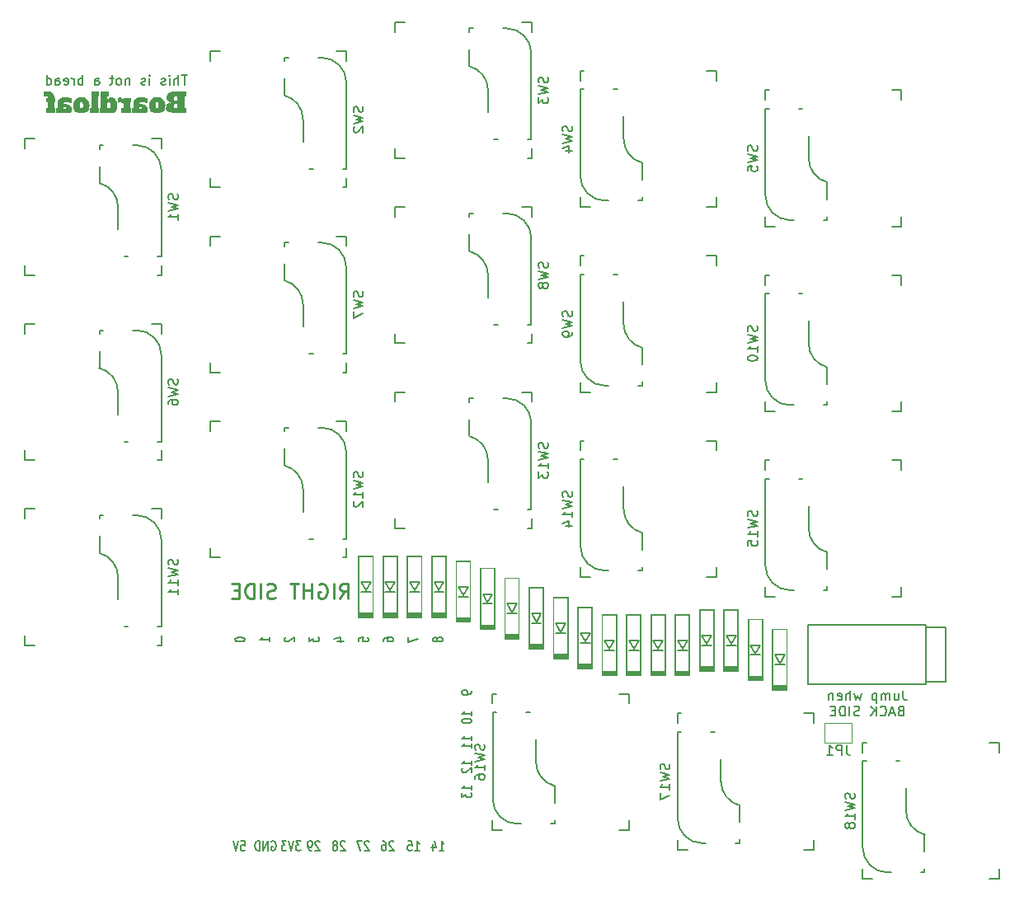
<source format=gbr>
%TF.GenerationSoftware,KiCad,Pcbnew,9.0.4*%
%TF.CreationDate,2025-11-10T06:57:54+09:00*%
%TF.ProjectId,boardloaf,626f6172-646c-46f6-9166-2e6b69636164,rev?*%
%TF.SameCoordinates,Original*%
%TF.FileFunction,Legend,Bot*%
%TF.FilePolarity,Positive*%
%FSLAX46Y46*%
G04 Gerber Fmt 4.6, Leading zero omitted, Abs format (unit mm)*
G04 Created by KiCad (PCBNEW 9.0.4) date 2025-11-10 06:57:54*
%MOMM*%
%LPD*%
G01*
G04 APERTURE LIST*
%ADD10C,0.200000*%
%ADD11C,0.250000*%
%ADD12C,0.100000*%
%ADD13C,0.150000*%
%ADD14C,0.000000*%
%ADD15C,0.120000*%
G04 APERTURE END LIST*
D10*
X84136338Y-56452219D02*
X83564910Y-56452219D01*
X83850624Y-57452219D02*
X83850624Y-56452219D01*
X83231576Y-57452219D02*
X83231576Y-56452219D01*
X82803005Y-57452219D02*
X82803005Y-56928409D01*
X82803005Y-56928409D02*
X82850624Y-56833171D01*
X82850624Y-56833171D02*
X82945862Y-56785552D01*
X82945862Y-56785552D02*
X83088719Y-56785552D01*
X83088719Y-56785552D02*
X83183957Y-56833171D01*
X83183957Y-56833171D02*
X83231576Y-56880790D01*
X82326814Y-57452219D02*
X82326814Y-56785552D01*
X82326814Y-56452219D02*
X82374433Y-56499838D01*
X82374433Y-56499838D02*
X82326814Y-56547457D01*
X82326814Y-56547457D02*
X82279195Y-56499838D01*
X82279195Y-56499838D02*
X82326814Y-56452219D01*
X82326814Y-56452219D02*
X82326814Y-56547457D01*
X81898243Y-57404600D02*
X81803005Y-57452219D01*
X81803005Y-57452219D02*
X81612529Y-57452219D01*
X81612529Y-57452219D02*
X81517291Y-57404600D01*
X81517291Y-57404600D02*
X81469672Y-57309361D01*
X81469672Y-57309361D02*
X81469672Y-57261742D01*
X81469672Y-57261742D02*
X81517291Y-57166504D01*
X81517291Y-57166504D02*
X81612529Y-57118885D01*
X81612529Y-57118885D02*
X81755386Y-57118885D01*
X81755386Y-57118885D02*
X81850624Y-57071266D01*
X81850624Y-57071266D02*
X81898243Y-56976028D01*
X81898243Y-56976028D02*
X81898243Y-56928409D01*
X81898243Y-56928409D02*
X81850624Y-56833171D01*
X81850624Y-56833171D02*
X81755386Y-56785552D01*
X81755386Y-56785552D02*
X81612529Y-56785552D01*
X81612529Y-56785552D02*
X81517291Y-56833171D01*
X80279195Y-57452219D02*
X80279195Y-56785552D01*
X80279195Y-56452219D02*
X80326814Y-56499838D01*
X80326814Y-56499838D02*
X80279195Y-56547457D01*
X80279195Y-56547457D02*
X80231576Y-56499838D01*
X80231576Y-56499838D02*
X80279195Y-56452219D01*
X80279195Y-56452219D02*
X80279195Y-56547457D01*
X79850624Y-57404600D02*
X79755386Y-57452219D01*
X79755386Y-57452219D02*
X79564910Y-57452219D01*
X79564910Y-57452219D02*
X79469672Y-57404600D01*
X79469672Y-57404600D02*
X79422053Y-57309361D01*
X79422053Y-57309361D02*
X79422053Y-57261742D01*
X79422053Y-57261742D02*
X79469672Y-57166504D01*
X79469672Y-57166504D02*
X79564910Y-57118885D01*
X79564910Y-57118885D02*
X79707767Y-57118885D01*
X79707767Y-57118885D02*
X79803005Y-57071266D01*
X79803005Y-57071266D02*
X79850624Y-56976028D01*
X79850624Y-56976028D02*
X79850624Y-56928409D01*
X79850624Y-56928409D02*
X79803005Y-56833171D01*
X79803005Y-56833171D02*
X79707767Y-56785552D01*
X79707767Y-56785552D02*
X79564910Y-56785552D01*
X79564910Y-56785552D02*
X79469672Y-56833171D01*
X78231576Y-56785552D02*
X78231576Y-57452219D01*
X78231576Y-56880790D02*
X78183957Y-56833171D01*
X78183957Y-56833171D02*
X78088719Y-56785552D01*
X78088719Y-56785552D02*
X77945862Y-56785552D01*
X77945862Y-56785552D02*
X77850624Y-56833171D01*
X77850624Y-56833171D02*
X77803005Y-56928409D01*
X77803005Y-56928409D02*
X77803005Y-57452219D01*
X77183957Y-57452219D02*
X77279195Y-57404600D01*
X77279195Y-57404600D02*
X77326814Y-57356980D01*
X77326814Y-57356980D02*
X77374433Y-57261742D01*
X77374433Y-57261742D02*
X77374433Y-56976028D01*
X77374433Y-56976028D02*
X77326814Y-56880790D01*
X77326814Y-56880790D02*
X77279195Y-56833171D01*
X77279195Y-56833171D02*
X77183957Y-56785552D01*
X77183957Y-56785552D02*
X77041100Y-56785552D01*
X77041100Y-56785552D02*
X76945862Y-56833171D01*
X76945862Y-56833171D02*
X76898243Y-56880790D01*
X76898243Y-56880790D02*
X76850624Y-56976028D01*
X76850624Y-56976028D02*
X76850624Y-57261742D01*
X76850624Y-57261742D02*
X76898243Y-57356980D01*
X76898243Y-57356980D02*
X76945862Y-57404600D01*
X76945862Y-57404600D02*
X77041100Y-57452219D01*
X77041100Y-57452219D02*
X77183957Y-57452219D01*
X76564909Y-56785552D02*
X76183957Y-56785552D01*
X76422052Y-56452219D02*
X76422052Y-57309361D01*
X76422052Y-57309361D02*
X76374433Y-57404600D01*
X76374433Y-57404600D02*
X76279195Y-57452219D01*
X76279195Y-57452219D02*
X76183957Y-57452219D01*
X74660147Y-57452219D02*
X74660147Y-56928409D01*
X74660147Y-56928409D02*
X74707766Y-56833171D01*
X74707766Y-56833171D02*
X74803004Y-56785552D01*
X74803004Y-56785552D02*
X74993480Y-56785552D01*
X74993480Y-56785552D02*
X75088718Y-56833171D01*
X74660147Y-57404600D02*
X74755385Y-57452219D01*
X74755385Y-57452219D02*
X74993480Y-57452219D01*
X74993480Y-57452219D02*
X75088718Y-57404600D01*
X75088718Y-57404600D02*
X75136337Y-57309361D01*
X75136337Y-57309361D02*
X75136337Y-57214123D01*
X75136337Y-57214123D02*
X75088718Y-57118885D01*
X75088718Y-57118885D02*
X74993480Y-57071266D01*
X74993480Y-57071266D02*
X74755385Y-57071266D01*
X74755385Y-57071266D02*
X74660147Y-57023647D01*
X73422051Y-57452219D02*
X73422051Y-56452219D01*
X73422051Y-56833171D02*
X73326813Y-56785552D01*
X73326813Y-56785552D02*
X73136337Y-56785552D01*
X73136337Y-56785552D02*
X73041099Y-56833171D01*
X73041099Y-56833171D02*
X72993480Y-56880790D01*
X72993480Y-56880790D02*
X72945861Y-56976028D01*
X72945861Y-56976028D02*
X72945861Y-57261742D01*
X72945861Y-57261742D02*
X72993480Y-57356980D01*
X72993480Y-57356980D02*
X73041099Y-57404600D01*
X73041099Y-57404600D02*
X73136337Y-57452219D01*
X73136337Y-57452219D02*
X73326813Y-57452219D01*
X73326813Y-57452219D02*
X73422051Y-57404600D01*
X72517289Y-57452219D02*
X72517289Y-56785552D01*
X72517289Y-56976028D02*
X72469670Y-56880790D01*
X72469670Y-56880790D02*
X72422051Y-56833171D01*
X72422051Y-56833171D02*
X72326813Y-56785552D01*
X72326813Y-56785552D02*
X72231575Y-56785552D01*
X71517289Y-57404600D02*
X71612527Y-57452219D01*
X71612527Y-57452219D02*
X71803003Y-57452219D01*
X71803003Y-57452219D02*
X71898241Y-57404600D01*
X71898241Y-57404600D02*
X71945860Y-57309361D01*
X71945860Y-57309361D02*
X71945860Y-56928409D01*
X71945860Y-56928409D02*
X71898241Y-56833171D01*
X71898241Y-56833171D02*
X71803003Y-56785552D01*
X71803003Y-56785552D02*
X71612527Y-56785552D01*
X71612527Y-56785552D02*
X71517289Y-56833171D01*
X71517289Y-56833171D02*
X71469670Y-56928409D01*
X71469670Y-56928409D02*
X71469670Y-57023647D01*
X71469670Y-57023647D02*
X71945860Y-57118885D01*
X70612527Y-57452219D02*
X70612527Y-56928409D01*
X70612527Y-56928409D02*
X70660146Y-56833171D01*
X70660146Y-56833171D02*
X70755384Y-56785552D01*
X70755384Y-56785552D02*
X70945860Y-56785552D01*
X70945860Y-56785552D02*
X71041098Y-56833171D01*
X70612527Y-57404600D02*
X70707765Y-57452219D01*
X70707765Y-57452219D02*
X70945860Y-57452219D01*
X70945860Y-57452219D02*
X71041098Y-57404600D01*
X71041098Y-57404600D02*
X71088717Y-57309361D01*
X71088717Y-57309361D02*
X71088717Y-57214123D01*
X71088717Y-57214123D02*
X71041098Y-57118885D01*
X71041098Y-57118885D02*
X70945860Y-57071266D01*
X70945860Y-57071266D02*
X70707765Y-57071266D01*
X70707765Y-57071266D02*
X70612527Y-57023647D01*
X69707765Y-57452219D02*
X69707765Y-56452219D01*
X69707765Y-57404600D02*
X69803003Y-57452219D01*
X69803003Y-57452219D02*
X69993479Y-57452219D01*
X69993479Y-57452219D02*
X70088717Y-57404600D01*
X70088717Y-57404600D02*
X70136336Y-57356980D01*
X70136336Y-57356980D02*
X70183955Y-57261742D01*
X70183955Y-57261742D02*
X70183955Y-56976028D01*
X70183955Y-56976028D02*
X70136336Y-56880790D01*
X70136336Y-56880790D02*
X70088717Y-56833171D01*
X70088717Y-56833171D02*
X69993479Y-56785552D01*
X69993479Y-56785552D02*
X69803003Y-56785552D01*
X69803003Y-56785552D02*
X69707765Y-56833171D01*
X157666666Y-119647247D02*
X157666666Y-120361532D01*
X157666666Y-120361532D02*
X157714285Y-120504389D01*
X157714285Y-120504389D02*
X157809523Y-120599628D01*
X157809523Y-120599628D02*
X157952380Y-120647247D01*
X157952380Y-120647247D02*
X158047618Y-120647247D01*
X156761904Y-119980580D02*
X156761904Y-120647247D01*
X157190475Y-119980580D02*
X157190475Y-120504389D01*
X157190475Y-120504389D02*
X157142856Y-120599628D01*
X157142856Y-120599628D02*
X157047618Y-120647247D01*
X157047618Y-120647247D02*
X156904761Y-120647247D01*
X156904761Y-120647247D02*
X156809523Y-120599628D01*
X156809523Y-120599628D02*
X156761904Y-120552008D01*
X156285713Y-120647247D02*
X156285713Y-119980580D01*
X156285713Y-120075818D02*
X156238094Y-120028199D01*
X156238094Y-120028199D02*
X156142856Y-119980580D01*
X156142856Y-119980580D02*
X155999999Y-119980580D01*
X155999999Y-119980580D02*
X155904761Y-120028199D01*
X155904761Y-120028199D02*
X155857142Y-120123437D01*
X155857142Y-120123437D02*
X155857142Y-120647247D01*
X155857142Y-120123437D02*
X155809523Y-120028199D01*
X155809523Y-120028199D02*
X155714285Y-119980580D01*
X155714285Y-119980580D02*
X155571428Y-119980580D01*
X155571428Y-119980580D02*
X155476189Y-120028199D01*
X155476189Y-120028199D02*
X155428570Y-120123437D01*
X155428570Y-120123437D02*
X155428570Y-120647247D01*
X154952380Y-119980580D02*
X154952380Y-120980580D01*
X154952380Y-120028199D02*
X154857142Y-119980580D01*
X154857142Y-119980580D02*
X154666666Y-119980580D01*
X154666666Y-119980580D02*
X154571428Y-120028199D01*
X154571428Y-120028199D02*
X154523809Y-120075818D01*
X154523809Y-120075818D02*
X154476190Y-120171056D01*
X154476190Y-120171056D02*
X154476190Y-120456770D01*
X154476190Y-120456770D02*
X154523809Y-120552008D01*
X154523809Y-120552008D02*
X154571428Y-120599628D01*
X154571428Y-120599628D02*
X154666666Y-120647247D01*
X154666666Y-120647247D02*
X154857142Y-120647247D01*
X154857142Y-120647247D02*
X154952380Y-120599628D01*
X153380951Y-119980580D02*
X153190475Y-120647247D01*
X153190475Y-120647247D02*
X152999999Y-120171056D01*
X152999999Y-120171056D02*
X152809523Y-120647247D01*
X152809523Y-120647247D02*
X152619047Y-119980580D01*
X152238094Y-120647247D02*
X152238094Y-119647247D01*
X151809523Y-120647247D02*
X151809523Y-120123437D01*
X151809523Y-120123437D02*
X151857142Y-120028199D01*
X151857142Y-120028199D02*
X151952380Y-119980580D01*
X151952380Y-119980580D02*
X152095237Y-119980580D01*
X152095237Y-119980580D02*
X152190475Y-120028199D01*
X152190475Y-120028199D02*
X152238094Y-120075818D01*
X150952380Y-120599628D02*
X151047618Y-120647247D01*
X151047618Y-120647247D02*
X151238094Y-120647247D01*
X151238094Y-120647247D02*
X151333332Y-120599628D01*
X151333332Y-120599628D02*
X151380951Y-120504389D01*
X151380951Y-120504389D02*
X151380951Y-120123437D01*
X151380951Y-120123437D02*
X151333332Y-120028199D01*
X151333332Y-120028199D02*
X151238094Y-119980580D01*
X151238094Y-119980580D02*
X151047618Y-119980580D01*
X151047618Y-119980580D02*
X150952380Y-120028199D01*
X150952380Y-120028199D02*
X150904761Y-120123437D01*
X150904761Y-120123437D02*
X150904761Y-120218675D01*
X150904761Y-120218675D02*
X151380951Y-120313913D01*
X150476189Y-119980580D02*
X150476189Y-120647247D01*
X150476189Y-120075818D02*
X150428570Y-120028199D01*
X150428570Y-120028199D02*
X150333332Y-119980580D01*
X150333332Y-119980580D02*
X150190475Y-119980580D01*
X150190475Y-119980580D02*
X150095237Y-120028199D01*
X150095237Y-120028199D02*
X150047618Y-120123437D01*
X150047618Y-120123437D02*
X150047618Y-120647247D01*
X157404761Y-121733381D02*
X157261904Y-121781000D01*
X157261904Y-121781000D02*
X157214285Y-121828619D01*
X157214285Y-121828619D02*
X157166666Y-121923857D01*
X157166666Y-121923857D02*
X157166666Y-122066714D01*
X157166666Y-122066714D02*
X157214285Y-122161952D01*
X157214285Y-122161952D02*
X157261904Y-122209572D01*
X157261904Y-122209572D02*
X157357142Y-122257191D01*
X157357142Y-122257191D02*
X157738094Y-122257191D01*
X157738094Y-122257191D02*
X157738094Y-121257191D01*
X157738094Y-121257191D02*
X157404761Y-121257191D01*
X157404761Y-121257191D02*
X157309523Y-121304810D01*
X157309523Y-121304810D02*
X157261904Y-121352429D01*
X157261904Y-121352429D02*
X157214285Y-121447667D01*
X157214285Y-121447667D02*
X157214285Y-121542905D01*
X157214285Y-121542905D02*
X157261904Y-121638143D01*
X157261904Y-121638143D02*
X157309523Y-121685762D01*
X157309523Y-121685762D02*
X157404761Y-121733381D01*
X157404761Y-121733381D02*
X157738094Y-121733381D01*
X156785713Y-121971476D02*
X156309523Y-121971476D01*
X156880951Y-122257191D02*
X156547618Y-121257191D01*
X156547618Y-121257191D02*
X156214285Y-122257191D01*
X155309523Y-122161952D02*
X155357142Y-122209572D01*
X155357142Y-122209572D02*
X155499999Y-122257191D01*
X155499999Y-122257191D02*
X155595237Y-122257191D01*
X155595237Y-122257191D02*
X155738094Y-122209572D01*
X155738094Y-122209572D02*
X155833332Y-122114333D01*
X155833332Y-122114333D02*
X155880951Y-122019095D01*
X155880951Y-122019095D02*
X155928570Y-121828619D01*
X155928570Y-121828619D02*
X155928570Y-121685762D01*
X155928570Y-121685762D02*
X155880951Y-121495286D01*
X155880951Y-121495286D02*
X155833332Y-121400048D01*
X155833332Y-121400048D02*
X155738094Y-121304810D01*
X155738094Y-121304810D02*
X155595237Y-121257191D01*
X155595237Y-121257191D02*
X155499999Y-121257191D01*
X155499999Y-121257191D02*
X155357142Y-121304810D01*
X155357142Y-121304810D02*
X155309523Y-121352429D01*
X154880951Y-122257191D02*
X154880951Y-121257191D01*
X154309523Y-122257191D02*
X154738094Y-121685762D01*
X154309523Y-121257191D02*
X154880951Y-121828619D01*
X153166665Y-122209572D02*
X153023808Y-122257191D01*
X153023808Y-122257191D02*
X152785713Y-122257191D01*
X152785713Y-122257191D02*
X152690475Y-122209572D01*
X152690475Y-122209572D02*
X152642856Y-122161952D01*
X152642856Y-122161952D02*
X152595237Y-122066714D01*
X152595237Y-122066714D02*
X152595237Y-121971476D01*
X152595237Y-121971476D02*
X152642856Y-121876238D01*
X152642856Y-121876238D02*
X152690475Y-121828619D01*
X152690475Y-121828619D02*
X152785713Y-121781000D01*
X152785713Y-121781000D02*
X152976189Y-121733381D01*
X152976189Y-121733381D02*
X153071427Y-121685762D01*
X153071427Y-121685762D02*
X153119046Y-121638143D01*
X153119046Y-121638143D02*
X153166665Y-121542905D01*
X153166665Y-121542905D02*
X153166665Y-121447667D01*
X153166665Y-121447667D02*
X153119046Y-121352429D01*
X153119046Y-121352429D02*
X153071427Y-121304810D01*
X153071427Y-121304810D02*
X152976189Y-121257191D01*
X152976189Y-121257191D02*
X152738094Y-121257191D01*
X152738094Y-121257191D02*
X152595237Y-121304810D01*
X152166665Y-122257191D02*
X152166665Y-121257191D01*
X151690475Y-122257191D02*
X151690475Y-121257191D01*
X151690475Y-121257191D02*
X151452380Y-121257191D01*
X151452380Y-121257191D02*
X151309523Y-121304810D01*
X151309523Y-121304810D02*
X151214285Y-121400048D01*
X151214285Y-121400048D02*
X151166666Y-121495286D01*
X151166666Y-121495286D02*
X151119047Y-121685762D01*
X151119047Y-121685762D02*
X151119047Y-121828619D01*
X151119047Y-121828619D02*
X151166666Y-122019095D01*
X151166666Y-122019095D02*
X151214285Y-122114333D01*
X151214285Y-122114333D02*
X151309523Y-122209572D01*
X151309523Y-122209572D02*
X151452380Y-122257191D01*
X151452380Y-122257191D02*
X151690475Y-122257191D01*
X150690475Y-121733381D02*
X150357142Y-121733381D01*
X150214285Y-122257191D02*
X150690475Y-122257191D01*
X150690475Y-122257191D02*
X150690475Y-121257191D01*
X150690475Y-121257191D02*
X150214285Y-121257191D01*
D11*
X99821241Y-110180928D02*
X100321241Y-109466642D01*
X100678384Y-110180928D02*
X100678384Y-108680928D01*
X100678384Y-108680928D02*
X100106955Y-108680928D01*
X100106955Y-108680928D02*
X99964098Y-108752357D01*
X99964098Y-108752357D02*
X99892669Y-108823785D01*
X99892669Y-108823785D02*
X99821241Y-108966642D01*
X99821241Y-108966642D02*
X99821241Y-109180928D01*
X99821241Y-109180928D02*
X99892669Y-109323785D01*
X99892669Y-109323785D02*
X99964098Y-109395214D01*
X99964098Y-109395214D02*
X100106955Y-109466642D01*
X100106955Y-109466642D02*
X100678384Y-109466642D01*
X99178384Y-110180928D02*
X99178384Y-108680928D01*
X97678383Y-108752357D02*
X97821241Y-108680928D01*
X97821241Y-108680928D02*
X98035526Y-108680928D01*
X98035526Y-108680928D02*
X98249812Y-108752357D01*
X98249812Y-108752357D02*
X98392669Y-108895214D01*
X98392669Y-108895214D02*
X98464098Y-109038071D01*
X98464098Y-109038071D02*
X98535526Y-109323785D01*
X98535526Y-109323785D02*
X98535526Y-109538071D01*
X98535526Y-109538071D02*
X98464098Y-109823785D01*
X98464098Y-109823785D02*
X98392669Y-109966642D01*
X98392669Y-109966642D02*
X98249812Y-110109500D01*
X98249812Y-110109500D02*
X98035526Y-110180928D01*
X98035526Y-110180928D02*
X97892669Y-110180928D01*
X97892669Y-110180928D02*
X97678383Y-110109500D01*
X97678383Y-110109500D02*
X97606955Y-110038071D01*
X97606955Y-110038071D02*
X97606955Y-109538071D01*
X97606955Y-109538071D02*
X97892669Y-109538071D01*
X96964098Y-110180928D02*
X96964098Y-108680928D01*
X96964098Y-109395214D02*
X96106955Y-109395214D01*
X96106955Y-110180928D02*
X96106955Y-108680928D01*
X95606954Y-108680928D02*
X94749812Y-108680928D01*
X95178383Y-110180928D02*
X95178383Y-108680928D01*
X93178383Y-110109500D02*
X92964098Y-110180928D01*
X92964098Y-110180928D02*
X92606955Y-110180928D01*
X92606955Y-110180928D02*
X92464098Y-110109500D01*
X92464098Y-110109500D02*
X92392669Y-110038071D01*
X92392669Y-110038071D02*
X92321240Y-109895214D01*
X92321240Y-109895214D02*
X92321240Y-109752357D01*
X92321240Y-109752357D02*
X92392669Y-109609500D01*
X92392669Y-109609500D02*
X92464098Y-109538071D01*
X92464098Y-109538071D02*
X92606955Y-109466642D01*
X92606955Y-109466642D02*
X92892669Y-109395214D01*
X92892669Y-109395214D02*
X93035526Y-109323785D01*
X93035526Y-109323785D02*
X93106955Y-109252357D01*
X93106955Y-109252357D02*
X93178383Y-109109500D01*
X93178383Y-109109500D02*
X93178383Y-108966642D01*
X93178383Y-108966642D02*
X93106955Y-108823785D01*
X93106955Y-108823785D02*
X93035526Y-108752357D01*
X93035526Y-108752357D02*
X92892669Y-108680928D01*
X92892669Y-108680928D02*
X92535526Y-108680928D01*
X92535526Y-108680928D02*
X92321240Y-108752357D01*
X91678384Y-110180928D02*
X91678384Y-108680928D01*
X90964098Y-110180928D02*
X90964098Y-108680928D01*
X90964098Y-108680928D02*
X90606955Y-108680928D01*
X90606955Y-108680928D02*
X90392669Y-108752357D01*
X90392669Y-108752357D02*
X90249812Y-108895214D01*
X90249812Y-108895214D02*
X90178383Y-109038071D01*
X90178383Y-109038071D02*
X90106955Y-109323785D01*
X90106955Y-109323785D02*
X90106955Y-109538071D01*
X90106955Y-109538071D02*
X90178383Y-109823785D01*
X90178383Y-109823785D02*
X90249812Y-109966642D01*
X90249812Y-109966642D02*
X90392669Y-110109500D01*
X90392669Y-110109500D02*
X90606955Y-110180928D01*
X90606955Y-110180928D02*
X90964098Y-110180928D01*
X89464098Y-109395214D02*
X88964098Y-109395214D01*
X88749812Y-110180928D02*
X89464098Y-110180928D01*
X89464098Y-110180928D02*
X89464098Y-108680928D01*
X89464098Y-108680928D02*
X88749812Y-108680928D01*
D12*
G36*
X84049832Y-58610774D02*
G01*
X83909881Y-58610774D01*
X83909881Y-59870823D01*
X84049832Y-59870823D01*
X84049832Y-60330000D01*
X82764626Y-60330000D01*
X82586267Y-60320387D01*
X82433501Y-60293306D01*
X82302715Y-60250826D01*
X82190777Y-60194200D01*
X82111469Y-60133889D01*
X82050742Y-60062619D01*
X82006750Y-59979056D01*
X81979223Y-59880773D01*
X81969493Y-59764455D01*
X81981320Y-59627513D01*
X81999424Y-59568450D01*
X82792714Y-59568450D01*
X82792714Y-59691549D01*
X82804109Y-59775698D01*
X82833380Y-59827470D01*
X82881578Y-59859065D01*
X82955135Y-59870823D01*
X83125861Y-59870823D01*
X83125861Y-59389176D01*
X82955135Y-59389176D01*
X82881590Y-59400963D01*
X82833380Y-59432651D01*
X82804113Y-59484321D01*
X82792714Y-59568450D01*
X81999424Y-59568450D01*
X82013416Y-59522801D01*
X82062715Y-59443178D01*
X82129106Y-59383681D01*
X82239361Y-59322577D01*
X82358262Y-59280623D01*
X82487532Y-59257651D01*
X82487532Y-59229563D01*
X82390057Y-59201426D01*
X82284567Y-59152627D01*
X82187807Y-59082738D01*
X82101140Y-58981901D01*
X82058532Y-58902867D01*
X82032050Y-58810957D01*
X82030243Y-58790048D01*
X82812253Y-58790048D01*
X82812253Y-58890799D01*
X82823653Y-58974928D01*
X82852920Y-59026598D01*
X82901117Y-59058193D01*
X82974675Y-59069951D01*
X83125861Y-59069951D01*
X83125861Y-58610774D01*
X82974675Y-58610774D01*
X82901129Y-58622561D01*
X82852920Y-58654249D01*
X82823653Y-58705919D01*
X82812253Y-58790048D01*
X82030243Y-58790048D01*
X82022738Y-58703220D01*
X82035802Y-58574099D01*
X82072961Y-58465518D01*
X82133295Y-58373203D01*
X82218743Y-58294480D01*
X82318723Y-58235497D01*
X82440129Y-58190833D01*
X82587121Y-58161981D01*
X82764626Y-58151598D01*
X84049832Y-58151598D01*
X84049832Y-58610774D01*
G37*
G36*
X81213852Y-58743470D02*
G01*
X81354012Y-58770358D01*
X81475764Y-58812941D01*
X81581694Y-58870343D01*
X81673837Y-58942578D01*
X81751424Y-59029528D01*
X81812927Y-59131276D01*
X81858597Y-59250088D01*
X81887549Y-59388985D01*
X81897808Y-59551598D01*
X81887549Y-59714210D01*
X81858597Y-59853107D01*
X81812927Y-59971919D01*
X81751424Y-60073667D01*
X81673837Y-60160617D01*
X81581694Y-60232852D01*
X81475764Y-60290254D01*
X81354012Y-60332837D01*
X81213852Y-60359725D01*
X81052239Y-60369200D01*
X80890627Y-60359725D01*
X80750466Y-60332837D01*
X80628715Y-60290254D01*
X80522785Y-60232852D01*
X80430641Y-60160617D01*
X80353007Y-60073660D01*
X80291471Y-59971908D01*
X80245777Y-59853096D01*
X80216812Y-59714203D01*
X80206548Y-59551598D01*
X80215350Y-59411646D01*
X80889818Y-59411646D01*
X80889818Y-59691549D01*
X80901213Y-59775698D01*
X80930484Y-59827470D01*
X80978682Y-59859065D01*
X81052239Y-59870823D01*
X81125818Y-59859069D01*
X81174116Y-59827470D01*
X81203296Y-59775710D01*
X81214661Y-59691549D01*
X81214661Y-59411646D01*
X81203292Y-59327505D01*
X81174116Y-59275847D01*
X81125806Y-59244154D01*
X81052239Y-59232372D01*
X80978694Y-59244159D01*
X80930484Y-59275847D01*
X80901217Y-59327517D01*
X80889818Y-59411646D01*
X80215350Y-59411646D01*
X80216616Y-59391511D01*
X80245105Y-59253946D01*
X80290167Y-59135506D01*
X80350988Y-59033364D01*
X80427832Y-58945387D01*
X80518930Y-58872366D01*
X80624457Y-58814243D01*
X80746585Y-58771026D01*
X80888089Y-58743663D01*
X81052239Y-58733995D01*
X81213852Y-58743470D01*
G37*
G36*
X79550796Y-58739532D02*
G01*
X79723558Y-58756465D01*
X79893682Y-58782851D01*
X80045470Y-58815205D01*
X80045470Y-59330436D01*
X79921365Y-59290770D01*
X79780955Y-59258995D01*
X79638633Y-59238770D01*
X79510701Y-59232372D01*
X79368568Y-59242947D01*
X79292347Y-59267421D01*
X79256777Y-59296002D01*
X79232348Y-59337941D01*
X79219441Y-59397602D01*
X79471795Y-59413758D01*
X79667824Y-59449753D01*
X79817775Y-59501099D01*
X79930500Y-59564706D01*
X80013166Y-59639154D01*
X80070829Y-59724880D01*
X80105979Y-59824154D01*
X80118255Y-59940799D01*
X80109903Y-60042063D01*
X80086404Y-60126626D01*
X80049082Y-60197584D01*
X79997843Y-60257215D01*
X79911307Y-60317575D01*
X79803204Y-60355545D01*
X79667504Y-60369200D01*
X79563069Y-60360847D01*
X79473929Y-60337143D01*
X79397372Y-60299225D01*
X79296977Y-60222476D01*
X79225059Y-60139612D01*
X79225059Y-60330000D01*
X78485858Y-60330000D01*
X78485858Y-59870823D01*
X78609078Y-59870823D01*
X78609078Y-59691549D01*
X79225059Y-59691549D01*
X79236000Y-59795892D01*
X79264260Y-59865205D01*
X79294468Y-59899678D01*
X79331073Y-59919788D01*
X79376245Y-59926755D01*
X79424874Y-59918943D01*
X79458921Y-59897445D01*
X79480641Y-59864147D01*
X79488230Y-59820387D01*
X79480352Y-59772366D01*
X79458001Y-59736005D01*
X79419720Y-59708401D01*
X79343148Y-59684368D01*
X79225059Y-59674818D01*
X79225059Y-59691549D01*
X78609078Y-59691549D01*
X78609078Y-59352784D01*
X78621950Y-59195075D01*
X78657556Y-59068384D01*
X78713116Y-58966584D01*
X78788352Y-58885181D01*
X78880187Y-58825221D01*
X79004273Y-58777873D01*
X79169069Y-58745926D01*
X79384671Y-58733995D01*
X79550796Y-58739532D01*
G37*
G36*
X77201262Y-58733995D02*
G01*
X77094895Y-58745230D01*
X77010875Y-58773196D01*
X77010875Y-59307965D01*
X77129014Y-59272504D01*
X77257316Y-59260460D01*
X77371340Y-59271898D01*
X77459958Y-59303368D01*
X77528914Y-59352906D01*
X77579648Y-59420408D01*
X77612128Y-59509609D01*
X77624047Y-59627191D01*
X77624047Y-59870823D01*
X77372110Y-59870823D01*
X77372110Y-60330000D01*
X78391213Y-60330000D01*
X78391213Y-59870823D01*
X78268115Y-59870823D01*
X78268115Y-59232372D01*
X78391213Y-59232372D01*
X78391213Y-58773196D01*
X77624047Y-58773196D01*
X77624047Y-58977627D01*
X77538110Y-58871717D01*
X77444895Y-58797009D01*
X77375112Y-58762783D01*
X77294659Y-58741474D01*
X77201262Y-58733995D01*
G37*
G36*
X76101193Y-58610774D02*
G01*
X75936084Y-58610774D01*
X75936084Y-58963583D01*
X76014650Y-58880259D01*
X76116702Y-58803970D01*
X76193029Y-58765456D01*
X76276861Y-58742042D01*
X76369982Y-58733995D01*
X76508521Y-58748287D01*
X76623318Y-58788733D01*
X76719408Y-58854181D01*
X76799849Y-58946852D01*
X76858724Y-59054562D01*
X76903895Y-59187722D01*
X76933384Y-59351427D01*
X76944075Y-59551598D01*
X76933385Y-59751762D01*
X76903899Y-59915490D01*
X76858729Y-60048695D01*
X76799849Y-60156465D01*
X76719416Y-60249076D01*
X76623329Y-60314488D01*
X76508529Y-60354914D01*
X76369982Y-60369200D01*
X76276861Y-60361153D01*
X76193029Y-60337739D01*
X76116702Y-60299225D01*
X76014650Y-60222936D01*
X75936084Y-60139612D01*
X75936084Y-60330000D01*
X75168795Y-60330000D01*
X75168795Y-59870823D01*
X75292016Y-59870823D01*
X75292016Y-59411646D01*
X75936084Y-59411646D01*
X75936084Y-59691549D01*
X75947479Y-59775698D01*
X75976751Y-59827470D01*
X76024933Y-59859069D01*
X76098384Y-59870823D01*
X76171962Y-59859069D01*
X76220261Y-59827470D01*
X76249441Y-59775710D01*
X76260805Y-59691549D01*
X76260805Y-59411646D01*
X76249436Y-59327505D01*
X76220261Y-59275847D01*
X76171950Y-59244154D01*
X76098384Y-59232372D01*
X76024945Y-59244154D01*
X75976751Y-59275847D01*
X75947484Y-59327517D01*
X75936084Y-59411646D01*
X75292016Y-59411646D01*
X75292016Y-58151598D01*
X76101193Y-58151598D01*
X76101193Y-58610774D01*
G37*
G36*
X75080990Y-60332808D02*
G01*
X75080990Y-59870823D01*
X74957770Y-59870823D01*
X74957770Y-58610774D01*
X75080990Y-58610774D01*
X75080990Y-58151598D01*
X74313823Y-58151598D01*
X74313823Y-59870823D01*
X74190603Y-59870823D01*
X74190603Y-60332808D01*
X75080990Y-60332808D01*
G37*
G36*
X73429344Y-58743470D02*
G01*
X73569504Y-58770358D01*
X73691256Y-58812941D01*
X73797186Y-58870343D01*
X73889329Y-58942578D01*
X73966916Y-59029528D01*
X74028419Y-59131276D01*
X74074089Y-59250088D01*
X74103041Y-59388985D01*
X74113300Y-59551598D01*
X74103041Y-59714210D01*
X74074089Y-59853107D01*
X74028419Y-59971919D01*
X73966916Y-60073667D01*
X73889329Y-60160617D01*
X73797186Y-60232852D01*
X73691256Y-60290254D01*
X73569504Y-60332837D01*
X73429344Y-60359725D01*
X73267731Y-60369200D01*
X73106119Y-60359725D01*
X72965958Y-60332837D01*
X72844207Y-60290254D01*
X72738277Y-60232852D01*
X72646133Y-60160617D01*
X72568499Y-60073660D01*
X72506963Y-59971908D01*
X72461269Y-59853096D01*
X72432304Y-59714203D01*
X72422040Y-59551598D01*
X72430842Y-59411646D01*
X73105310Y-59411646D01*
X73105310Y-59691549D01*
X73116705Y-59775698D01*
X73145976Y-59827470D01*
X73194174Y-59859065D01*
X73267731Y-59870823D01*
X73341310Y-59859069D01*
X73389608Y-59827470D01*
X73418788Y-59775710D01*
X73430153Y-59691549D01*
X73430153Y-59411646D01*
X73418784Y-59327505D01*
X73389608Y-59275847D01*
X73341298Y-59244154D01*
X73267731Y-59232372D01*
X73194186Y-59244159D01*
X73145976Y-59275847D01*
X73116709Y-59327517D01*
X73105310Y-59411646D01*
X72430842Y-59411646D01*
X72432108Y-59391511D01*
X72460597Y-59253946D01*
X72505659Y-59135506D01*
X72566480Y-59033364D01*
X72643324Y-58945387D01*
X72734422Y-58872366D01*
X72839949Y-58814243D01*
X72962077Y-58771026D01*
X73103581Y-58743663D01*
X73267731Y-58733995D01*
X73429344Y-58743470D01*
G37*
G36*
X71766288Y-58739532D02*
G01*
X71939050Y-58756465D01*
X72109174Y-58782851D01*
X72260962Y-58815205D01*
X72260962Y-59330436D01*
X72136857Y-59290770D01*
X71996447Y-59258995D01*
X71854125Y-59238770D01*
X71726193Y-59232372D01*
X71584060Y-59242947D01*
X71507839Y-59267421D01*
X71472269Y-59296002D01*
X71447840Y-59337941D01*
X71434933Y-59397602D01*
X71687287Y-59413758D01*
X71883316Y-59449753D01*
X72033267Y-59501099D01*
X72145992Y-59564706D01*
X72228658Y-59639154D01*
X72286321Y-59724880D01*
X72321471Y-59824154D01*
X72333747Y-59940799D01*
X72325395Y-60042063D01*
X72301896Y-60126626D01*
X72264574Y-60197584D01*
X72213335Y-60257215D01*
X72126799Y-60317575D01*
X72018696Y-60355545D01*
X71882996Y-60369200D01*
X71778561Y-60360847D01*
X71689421Y-60337143D01*
X71612864Y-60299225D01*
X71512469Y-60222476D01*
X71440551Y-60139612D01*
X71440551Y-60330000D01*
X70701350Y-60330000D01*
X70701350Y-59870823D01*
X70824570Y-59870823D01*
X70824570Y-59691549D01*
X71440551Y-59691549D01*
X71451492Y-59795892D01*
X71479752Y-59865205D01*
X71509960Y-59899678D01*
X71546565Y-59919788D01*
X71591737Y-59926755D01*
X71640366Y-59918943D01*
X71674413Y-59897445D01*
X71696133Y-59864147D01*
X71703722Y-59820387D01*
X71695844Y-59772366D01*
X71673493Y-59736005D01*
X71635212Y-59708401D01*
X71558640Y-59684368D01*
X71440551Y-59674818D01*
X71440551Y-59691549D01*
X70824570Y-59691549D01*
X70824570Y-59352784D01*
X70837442Y-59195075D01*
X70873048Y-59068384D01*
X70928608Y-58966584D01*
X71003844Y-58885181D01*
X71095679Y-58825221D01*
X71219765Y-58777873D01*
X71384561Y-58745926D01*
X71600163Y-58733995D01*
X71766288Y-58739532D01*
G37*
G36*
X70612323Y-59870823D02*
G01*
X70489103Y-59870823D01*
X70489103Y-59232372D01*
X70612323Y-59232372D01*
X70612323Y-58773196D01*
X70483607Y-58773196D01*
X70471268Y-58600742D01*
X70437486Y-58464109D01*
X70385662Y-58356344D01*
X70317033Y-58272009D01*
X70229670Y-58205449D01*
X70122517Y-58155783D01*
X69991423Y-58123885D01*
X69831112Y-58112397D01*
X69681213Y-58118342D01*
X69555362Y-58134867D01*
X69442363Y-58160836D01*
X69377553Y-58185181D01*
X69377553Y-58624818D01*
X69651960Y-58610774D01*
X69751098Y-58621607D01*
X69803146Y-58647166D01*
X69833250Y-58692846D01*
X69845156Y-58773196D01*
X69626803Y-58773196D01*
X69626803Y-59232372D01*
X69845156Y-59232372D01*
X69845156Y-59870823D01*
X69626803Y-59870823D01*
X69626803Y-60330000D01*
X70612323Y-60330000D01*
X70612323Y-59870823D01*
G37*
D13*
X114652200Y-125190476D02*
X114699819Y-125333333D01*
X114699819Y-125333333D02*
X114699819Y-125571428D01*
X114699819Y-125571428D02*
X114652200Y-125666666D01*
X114652200Y-125666666D02*
X114604580Y-125714285D01*
X114604580Y-125714285D02*
X114509342Y-125761904D01*
X114509342Y-125761904D02*
X114414104Y-125761904D01*
X114414104Y-125761904D02*
X114318866Y-125714285D01*
X114318866Y-125714285D02*
X114271247Y-125666666D01*
X114271247Y-125666666D02*
X114223628Y-125571428D01*
X114223628Y-125571428D02*
X114176009Y-125380952D01*
X114176009Y-125380952D02*
X114128390Y-125285714D01*
X114128390Y-125285714D02*
X114080771Y-125238095D01*
X114080771Y-125238095D02*
X113985533Y-125190476D01*
X113985533Y-125190476D02*
X113890295Y-125190476D01*
X113890295Y-125190476D02*
X113795057Y-125238095D01*
X113795057Y-125238095D02*
X113747438Y-125285714D01*
X113747438Y-125285714D02*
X113699819Y-125380952D01*
X113699819Y-125380952D02*
X113699819Y-125619047D01*
X113699819Y-125619047D02*
X113747438Y-125761904D01*
X113699819Y-126095238D02*
X114699819Y-126333333D01*
X114699819Y-126333333D02*
X113985533Y-126523809D01*
X113985533Y-126523809D02*
X114699819Y-126714285D01*
X114699819Y-126714285D02*
X113699819Y-126952381D01*
X114699819Y-127857142D02*
X114699819Y-127285714D01*
X114699819Y-127571428D02*
X113699819Y-127571428D01*
X113699819Y-127571428D02*
X113842676Y-127476190D01*
X113842676Y-127476190D02*
X113937914Y-127380952D01*
X113937914Y-127380952D02*
X113985533Y-127285714D01*
X113699819Y-128714285D02*
X113699819Y-128523809D01*
X113699819Y-128523809D02*
X113747438Y-128428571D01*
X113747438Y-128428571D02*
X113795057Y-128380952D01*
X113795057Y-128380952D02*
X113937914Y-128285714D01*
X113937914Y-128285714D02*
X114128390Y-128238095D01*
X114128390Y-128238095D02*
X114509342Y-128238095D01*
X114509342Y-128238095D02*
X114604580Y-128285714D01*
X114604580Y-128285714D02*
X114652200Y-128333333D01*
X114652200Y-128333333D02*
X114699819Y-128428571D01*
X114699819Y-128428571D02*
X114699819Y-128619047D01*
X114699819Y-128619047D02*
X114652200Y-128714285D01*
X114652200Y-128714285D02*
X114604580Y-128761904D01*
X114604580Y-128761904D02*
X114509342Y-128809523D01*
X114509342Y-128809523D02*
X114271247Y-128809523D01*
X114271247Y-128809523D02*
X114176009Y-128761904D01*
X114176009Y-128761904D02*
X114128390Y-128714285D01*
X114128390Y-128714285D02*
X114080771Y-128619047D01*
X114080771Y-128619047D02*
X114080771Y-128428571D01*
X114080771Y-128428571D02*
X114128390Y-128333333D01*
X114128390Y-128333333D02*
X114176009Y-128285714D01*
X114176009Y-128285714D02*
X114271247Y-128238095D01*
X123652200Y-80666667D02*
X123699819Y-80809524D01*
X123699819Y-80809524D02*
X123699819Y-81047619D01*
X123699819Y-81047619D02*
X123652200Y-81142857D01*
X123652200Y-81142857D02*
X123604580Y-81190476D01*
X123604580Y-81190476D02*
X123509342Y-81238095D01*
X123509342Y-81238095D02*
X123414104Y-81238095D01*
X123414104Y-81238095D02*
X123318866Y-81190476D01*
X123318866Y-81190476D02*
X123271247Y-81142857D01*
X123271247Y-81142857D02*
X123223628Y-81047619D01*
X123223628Y-81047619D02*
X123176009Y-80857143D01*
X123176009Y-80857143D02*
X123128390Y-80761905D01*
X123128390Y-80761905D02*
X123080771Y-80714286D01*
X123080771Y-80714286D02*
X122985533Y-80666667D01*
X122985533Y-80666667D02*
X122890295Y-80666667D01*
X122890295Y-80666667D02*
X122795057Y-80714286D01*
X122795057Y-80714286D02*
X122747438Y-80761905D01*
X122747438Y-80761905D02*
X122699819Y-80857143D01*
X122699819Y-80857143D02*
X122699819Y-81095238D01*
X122699819Y-81095238D02*
X122747438Y-81238095D01*
X122699819Y-81571429D02*
X123699819Y-81809524D01*
X123699819Y-81809524D02*
X122985533Y-82000000D01*
X122985533Y-82000000D02*
X123699819Y-82190476D01*
X123699819Y-82190476D02*
X122699819Y-82428572D01*
X123699819Y-82857143D02*
X123699819Y-83047619D01*
X123699819Y-83047619D02*
X123652200Y-83142857D01*
X123652200Y-83142857D02*
X123604580Y-83190476D01*
X123604580Y-83190476D02*
X123461723Y-83285714D01*
X123461723Y-83285714D02*
X123271247Y-83333333D01*
X123271247Y-83333333D02*
X122890295Y-83333333D01*
X122890295Y-83333333D02*
X122795057Y-83285714D01*
X122795057Y-83285714D02*
X122747438Y-83238095D01*
X122747438Y-83238095D02*
X122699819Y-83142857D01*
X122699819Y-83142857D02*
X122699819Y-82952381D01*
X122699819Y-82952381D02*
X122747438Y-82857143D01*
X122747438Y-82857143D02*
X122795057Y-82809524D01*
X122795057Y-82809524D02*
X122890295Y-82761905D01*
X122890295Y-82761905D02*
X123128390Y-82761905D01*
X123128390Y-82761905D02*
X123223628Y-82809524D01*
X123223628Y-82809524D02*
X123271247Y-82857143D01*
X123271247Y-82857143D02*
X123318866Y-82952381D01*
X123318866Y-82952381D02*
X123318866Y-83142857D01*
X123318866Y-83142857D02*
X123271247Y-83238095D01*
X123271247Y-83238095D02*
X123223628Y-83285714D01*
X123223628Y-83285714D02*
X123128390Y-83333333D01*
X142652200Y-101190476D02*
X142699819Y-101333333D01*
X142699819Y-101333333D02*
X142699819Y-101571428D01*
X142699819Y-101571428D02*
X142652200Y-101666666D01*
X142652200Y-101666666D02*
X142604580Y-101714285D01*
X142604580Y-101714285D02*
X142509342Y-101761904D01*
X142509342Y-101761904D02*
X142414104Y-101761904D01*
X142414104Y-101761904D02*
X142318866Y-101714285D01*
X142318866Y-101714285D02*
X142271247Y-101666666D01*
X142271247Y-101666666D02*
X142223628Y-101571428D01*
X142223628Y-101571428D02*
X142176009Y-101380952D01*
X142176009Y-101380952D02*
X142128390Y-101285714D01*
X142128390Y-101285714D02*
X142080771Y-101238095D01*
X142080771Y-101238095D02*
X141985533Y-101190476D01*
X141985533Y-101190476D02*
X141890295Y-101190476D01*
X141890295Y-101190476D02*
X141795057Y-101238095D01*
X141795057Y-101238095D02*
X141747438Y-101285714D01*
X141747438Y-101285714D02*
X141699819Y-101380952D01*
X141699819Y-101380952D02*
X141699819Y-101619047D01*
X141699819Y-101619047D02*
X141747438Y-101761904D01*
X141699819Y-102095238D02*
X142699819Y-102333333D01*
X142699819Y-102333333D02*
X141985533Y-102523809D01*
X141985533Y-102523809D02*
X142699819Y-102714285D01*
X142699819Y-102714285D02*
X141699819Y-102952381D01*
X142699819Y-103857142D02*
X142699819Y-103285714D01*
X142699819Y-103571428D02*
X141699819Y-103571428D01*
X141699819Y-103571428D02*
X141842676Y-103476190D01*
X141842676Y-103476190D02*
X141937914Y-103380952D01*
X141937914Y-103380952D02*
X141985533Y-103285714D01*
X141699819Y-104761904D02*
X141699819Y-104285714D01*
X141699819Y-104285714D02*
X142176009Y-104238095D01*
X142176009Y-104238095D02*
X142128390Y-104285714D01*
X142128390Y-104285714D02*
X142080771Y-104380952D01*
X142080771Y-104380952D02*
X142080771Y-104619047D01*
X142080771Y-104619047D02*
X142128390Y-104714285D01*
X142128390Y-104714285D02*
X142176009Y-104761904D01*
X142176009Y-104761904D02*
X142271247Y-104809523D01*
X142271247Y-104809523D02*
X142509342Y-104809523D01*
X142509342Y-104809523D02*
X142604580Y-104761904D01*
X142604580Y-104761904D02*
X142652200Y-104714285D01*
X142652200Y-104714285D02*
X142699819Y-104619047D01*
X142699819Y-104619047D02*
X142699819Y-104380952D01*
X142699819Y-104380952D02*
X142652200Y-104285714D01*
X142652200Y-104285714D02*
X142604580Y-104238095D01*
X123652200Y-61666667D02*
X123699819Y-61809524D01*
X123699819Y-61809524D02*
X123699819Y-62047619D01*
X123699819Y-62047619D02*
X123652200Y-62142857D01*
X123652200Y-62142857D02*
X123604580Y-62190476D01*
X123604580Y-62190476D02*
X123509342Y-62238095D01*
X123509342Y-62238095D02*
X123414104Y-62238095D01*
X123414104Y-62238095D02*
X123318866Y-62190476D01*
X123318866Y-62190476D02*
X123271247Y-62142857D01*
X123271247Y-62142857D02*
X123223628Y-62047619D01*
X123223628Y-62047619D02*
X123176009Y-61857143D01*
X123176009Y-61857143D02*
X123128390Y-61761905D01*
X123128390Y-61761905D02*
X123080771Y-61714286D01*
X123080771Y-61714286D02*
X122985533Y-61666667D01*
X122985533Y-61666667D02*
X122890295Y-61666667D01*
X122890295Y-61666667D02*
X122795057Y-61714286D01*
X122795057Y-61714286D02*
X122747438Y-61761905D01*
X122747438Y-61761905D02*
X122699819Y-61857143D01*
X122699819Y-61857143D02*
X122699819Y-62095238D01*
X122699819Y-62095238D02*
X122747438Y-62238095D01*
X122699819Y-62571429D02*
X123699819Y-62809524D01*
X123699819Y-62809524D02*
X122985533Y-63000000D01*
X122985533Y-63000000D02*
X123699819Y-63190476D01*
X123699819Y-63190476D02*
X122699819Y-63428572D01*
X123033152Y-64238095D02*
X123699819Y-64238095D01*
X122652200Y-64000000D02*
X123366485Y-63761905D01*
X123366485Y-63761905D02*
X123366485Y-64380952D01*
X83162200Y-87666667D02*
X83209819Y-87809524D01*
X83209819Y-87809524D02*
X83209819Y-88047619D01*
X83209819Y-88047619D02*
X83162200Y-88142857D01*
X83162200Y-88142857D02*
X83114580Y-88190476D01*
X83114580Y-88190476D02*
X83019342Y-88238095D01*
X83019342Y-88238095D02*
X82924104Y-88238095D01*
X82924104Y-88238095D02*
X82828866Y-88190476D01*
X82828866Y-88190476D02*
X82781247Y-88142857D01*
X82781247Y-88142857D02*
X82733628Y-88047619D01*
X82733628Y-88047619D02*
X82686009Y-87857143D01*
X82686009Y-87857143D02*
X82638390Y-87761905D01*
X82638390Y-87761905D02*
X82590771Y-87714286D01*
X82590771Y-87714286D02*
X82495533Y-87666667D01*
X82495533Y-87666667D02*
X82400295Y-87666667D01*
X82400295Y-87666667D02*
X82305057Y-87714286D01*
X82305057Y-87714286D02*
X82257438Y-87761905D01*
X82257438Y-87761905D02*
X82209819Y-87857143D01*
X82209819Y-87857143D02*
X82209819Y-88095238D01*
X82209819Y-88095238D02*
X82257438Y-88238095D01*
X82209819Y-88571429D02*
X83209819Y-88809524D01*
X83209819Y-88809524D02*
X82495533Y-89000000D01*
X82495533Y-89000000D02*
X83209819Y-89190476D01*
X83209819Y-89190476D02*
X82209819Y-89428572D01*
X82209819Y-90238095D02*
X82209819Y-90047619D01*
X82209819Y-90047619D02*
X82257438Y-89952381D01*
X82257438Y-89952381D02*
X82305057Y-89904762D01*
X82305057Y-89904762D02*
X82447914Y-89809524D01*
X82447914Y-89809524D02*
X82638390Y-89761905D01*
X82638390Y-89761905D02*
X83019342Y-89761905D01*
X83019342Y-89761905D02*
X83114580Y-89809524D01*
X83114580Y-89809524D02*
X83162200Y-89857143D01*
X83162200Y-89857143D02*
X83209819Y-89952381D01*
X83209819Y-89952381D02*
X83209819Y-90142857D01*
X83209819Y-90142857D02*
X83162200Y-90238095D01*
X83162200Y-90238095D02*
X83114580Y-90285714D01*
X83114580Y-90285714D02*
X83019342Y-90333333D01*
X83019342Y-90333333D02*
X82781247Y-90333333D01*
X82781247Y-90333333D02*
X82686009Y-90285714D01*
X82686009Y-90285714D02*
X82638390Y-90238095D01*
X82638390Y-90238095D02*
X82590771Y-90142857D01*
X82590771Y-90142857D02*
X82590771Y-89952381D01*
X82590771Y-89952381D02*
X82638390Y-89857143D01*
X82638390Y-89857143D02*
X82686009Y-89809524D01*
X82686009Y-89809524D02*
X82781247Y-89761905D01*
X142652200Y-63666667D02*
X142699819Y-63809524D01*
X142699819Y-63809524D02*
X142699819Y-64047619D01*
X142699819Y-64047619D02*
X142652200Y-64142857D01*
X142652200Y-64142857D02*
X142604580Y-64190476D01*
X142604580Y-64190476D02*
X142509342Y-64238095D01*
X142509342Y-64238095D02*
X142414104Y-64238095D01*
X142414104Y-64238095D02*
X142318866Y-64190476D01*
X142318866Y-64190476D02*
X142271247Y-64142857D01*
X142271247Y-64142857D02*
X142223628Y-64047619D01*
X142223628Y-64047619D02*
X142176009Y-63857143D01*
X142176009Y-63857143D02*
X142128390Y-63761905D01*
X142128390Y-63761905D02*
X142080771Y-63714286D01*
X142080771Y-63714286D02*
X141985533Y-63666667D01*
X141985533Y-63666667D02*
X141890295Y-63666667D01*
X141890295Y-63666667D02*
X141795057Y-63714286D01*
X141795057Y-63714286D02*
X141747438Y-63761905D01*
X141747438Y-63761905D02*
X141699819Y-63857143D01*
X141699819Y-63857143D02*
X141699819Y-64095238D01*
X141699819Y-64095238D02*
X141747438Y-64238095D01*
X141699819Y-64571429D02*
X142699819Y-64809524D01*
X142699819Y-64809524D02*
X141985533Y-65000000D01*
X141985533Y-65000000D02*
X142699819Y-65190476D01*
X142699819Y-65190476D02*
X141699819Y-65428572D01*
X141699819Y-66285714D02*
X141699819Y-65809524D01*
X141699819Y-65809524D02*
X142176009Y-65761905D01*
X142176009Y-65761905D02*
X142128390Y-65809524D01*
X142128390Y-65809524D02*
X142080771Y-65904762D01*
X142080771Y-65904762D02*
X142080771Y-66142857D01*
X142080771Y-66142857D02*
X142128390Y-66238095D01*
X142128390Y-66238095D02*
X142176009Y-66285714D01*
X142176009Y-66285714D02*
X142271247Y-66333333D01*
X142271247Y-66333333D02*
X142509342Y-66333333D01*
X142509342Y-66333333D02*
X142604580Y-66285714D01*
X142604580Y-66285714D02*
X142652200Y-66238095D01*
X142652200Y-66238095D02*
X142699819Y-66142857D01*
X142699819Y-66142857D02*
X142699819Y-65904762D01*
X142699819Y-65904762D02*
X142652200Y-65809524D01*
X142652200Y-65809524D02*
X142604580Y-65761905D01*
X152652200Y-130190476D02*
X152699819Y-130333333D01*
X152699819Y-130333333D02*
X152699819Y-130571428D01*
X152699819Y-130571428D02*
X152652200Y-130666666D01*
X152652200Y-130666666D02*
X152604580Y-130714285D01*
X152604580Y-130714285D02*
X152509342Y-130761904D01*
X152509342Y-130761904D02*
X152414104Y-130761904D01*
X152414104Y-130761904D02*
X152318866Y-130714285D01*
X152318866Y-130714285D02*
X152271247Y-130666666D01*
X152271247Y-130666666D02*
X152223628Y-130571428D01*
X152223628Y-130571428D02*
X152176009Y-130380952D01*
X152176009Y-130380952D02*
X152128390Y-130285714D01*
X152128390Y-130285714D02*
X152080771Y-130238095D01*
X152080771Y-130238095D02*
X151985533Y-130190476D01*
X151985533Y-130190476D02*
X151890295Y-130190476D01*
X151890295Y-130190476D02*
X151795057Y-130238095D01*
X151795057Y-130238095D02*
X151747438Y-130285714D01*
X151747438Y-130285714D02*
X151699819Y-130380952D01*
X151699819Y-130380952D02*
X151699819Y-130619047D01*
X151699819Y-130619047D02*
X151747438Y-130761904D01*
X151699819Y-131095238D02*
X152699819Y-131333333D01*
X152699819Y-131333333D02*
X151985533Y-131523809D01*
X151985533Y-131523809D02*
X152699819Y-131714285D01*
X152699819Y-131714285D02*
X151699819Y-131952381D01*
X152699819Y-132857142D02*
X152699819Y-132285714D01*
X152699819Y-132571428D02*
X151699819Y-132571428D01*
X151699819Y-132571428D02*
X151842676Y-132476190D01*
X151842676Y-132476190D02*
X151937914Y-132380952D01*
X151937914Y-132380952D02*
X151985533Y-132285714D01*
X152128390Y-133428571D02*
X152080771Y-133333333D01*
X152080771Y-133333333D02*
X152033152Y-133285714D01*
X152033152Y-133285714D02*
X151937914Y-133238095D01*
X151937914Y-133238095D02*
X151890295Y-133238095D01*
X151890295Y-133238095D02*
X151795057Y-133285714D01*
X151795057Y-133285714D02*
X151747438Y-133333333D01*
X151747438Y-133333333D02*
X151699819Y-133428571D01*
X151699819Y-133428571D02*
X151699819Y-133619047D01*
X151699819Y-133619047D02*
X151747438Y-133714285D01*
X151747438Y-133714285D02*
X151795057Y-133761904D01*
X151795057Y-133761904D02*
X151890295Y-133809523D01*
X151890295Y-133809523D02*
X151937914Y-133809523D01*
X151937914Y-133809523D02*
X152033152Y-133761904D01*
X152033152Y-133761904D02*
X152080771Y-133714285D01*
X152080771Y-133714285D02*
X152128390Y-133619047D01*
X152128390Y-133619047D02*
X152128390Y-133428571D01*
X152128390Y-133428571D02*
X152176009Y-133333333D01*
X152176009Y-133333333D02*
X152223628Y-133285714D01*
X152223628Y-133285714D02*
X152318866Y-133238095D01*
X152318866Y-133238095D02*
X152509342Y-133238095D01*
X152509342Y-133238095D02*
X152604580Y-133285714D01*
X152604580Y-133285714D02*
X152652200Y-133333333D01*
X152652200Y-133333333D02*
X152699819Y-133428571D01*
X152699819Y-133428571D02*
X152699819Y-133619047D01*
X152699819Y-133619047D02*
X152652200Y-133714285D01*
X152652200Y-133714285D02*
X152604580Y-133761904D01*
X152604580Y-133761904D02*
X152509342Y-133809523D01*
X152509342Y-133809523D02*
X152318866Y-133809523D01*
X152318866Y-133809523D02*
X152223628Y-133761904D01*
X152223628Y-133761904D02*
X152176009Y-133714285D01*
X152176009Y-133714285D02*
X152128390Y-133619047D01*
X83162201Y-106190476D02*
X83209820Y-106333333D01*
X83209820Y-106333333D02*
X83209820Y-106571428D01*
X83209820Y-106571428D02*
X83162201Y-106666666D01*
X83162201Y-106666666D02*
X83114581Y-106714285D01*
X83114581Y-106714285D02*
X83019343Y-106761904D01*
X83019343Y-106761904D02*
X82924105Y-106761904D01*
X82924105Y-106761904D02*
X82828867Y-106714285D01*
X82828867Y-106714285D02*
X82781248Y-106666666D01*
X82781248Y-106666666D02*
X82733629Y-106571428D01*
X82733629Y-106571428D02*
X82686010Y-106380952D01*
X82686010Y-106380952D02*
X82638391Y-106285714D01*
X82638391Y-106285714D02*
X82590772Y-106238095D01*
X82590772Y-106238095D02*
X82495534Y-106190476D01*
X82495534Y-106190476D02*
X82400296Y-106190476D01*
X82400296Y-106190476D02*
X82305058Y-106238095D01*
X82305058Y-106238095D02*
X82257439Y-106285714D01*
X82257439Y-106285714D02*
X82209820Y-106380952D01*
X82209820Y-106380952D02*
X82209820Y-106619047D01*
X82209820Y-106619047D02*
X82257439Y-106761904D01*
X82209820Y-107095238D02*
X83209820Y-107333333D01*
X83209820Y-107333333D02*
X82495534Y-107523809D01*
X82495534Y-107523809D02*
X83209820Y-107714285D01*
X83209820Y-107714285D02*
X82209820Y-107952381D01*
X83209820Y-108857142D02*
X83209820Y-108285714D01*
X83209820Y-108571428D02*
X82209820Y-108571428D01*
X82209820Y-108571428D02*
X82352677Y-108476190D01*
X82352677Y-108476190D02*
X82447915Y-108380952D01*
X82447915Y-108380952D02*
X82495534Y-108285714D01*
X83209820Y-109809523D02*
X83209820Y-109238095D01*
X83209820Y-109523809D02*
X82209820Y-109523809D01*
X82209820Y-109523809D02*
X82352677Y-109428571D01*
X82352677Y-109428571D02*
X82447915Y-109333333D01*
X82447915Y-109333333D02*
X82495534Y-109238095D01*
X113335820Y-122248207D02*
X113335820Y-121791064D01*
X113335820Y-122019636D02*
X112335820Y-122019636D01*
X112335820Y-122019636D02*
X112478677Y-121943445D01*
X112478677Y-121943445D02*
X112573915Y-121867255D01*
X112573915Y-121867255D02*
X112621534Y-121791064D01*
X112335820Y-122743446D02*
X112335820Y-122819636D01*
X112335820Y-122819636D02*
X112383439Y-122895827D01*
X112383439Y-122895827D02*
X112431058Y-122933922D01*
X112431058Y-122933922D02*
X112526296Y-122972017D01*
X112526296Y-122972017D02*
X112716772Y-123010112D01*
X112716772Y-123010112D02*
X112954867Y-123010112D01*
X112954867Y-123010112D02*
X113145343Y-122972017D01*
X113145343Y-122972017D02*
X113240581Y-122933922D01*
X113240581Y-122933922D02*
X113288201Y-122895827D01*
X113288201Y-122895827D02*
X113335820Y-122819636D01*
X113335820Y-122819636D02*
X113335820Y-122743446D01*
X113335820Y-122743446D02*
X113288201Y-122667255D01*
X113288201Y-122667255D02*
X113240581Y-122629160D01*
X113240581Y-122629160D02*
X113145343Y-122591065D01*
X113145343Y-122591065D02*
X112954867Y-122552969D01*
X112954867Y-122552969D02*
X112716772Y-122552969D01*
X112716772Y-122552969D02*
X112526296Y-122591065D01*
X112526296Y-122591065D02*
X112431058Y-122629160D01*
X112431058Y-122629160D02*
X112383439Y-122667255D01*
X112383439Y-122667255D02*
X112335820Y-122743446D01*
X92601568Y-114648208D02*
X92601568Y-114191065D01*
X92601568Y-114419637D02*
X91601568Y-114419637D01*
X91601568Y-114419637D02*
X91744425Y-114343446D01*
X91744425Y-114343446D02*
X91839663Y-114267256D01*
X91839663Y-114267256D02*
X91887282Y-114191065D01*
X110041792Y-136119819D02*
X110498935Y-136119819D01*
X110270363Y-136119819D02*
X110270363Y-135119819D01*
X110270363Y-135119819D02*
X110346554Y-135262676D01*
X110346554Y-135262676D02*
X110422744Y-135357914D01*
X110422744Y-135357914D02*
X110498935Y-135405533D01*
X109356077Y-135453152D02*
X109356077Y-136119819D01*
X109546553Y-135072200D02*
X109737030Y-135786485D01*
X109737030Y-135786485D02*
X109241791Y-135786485D01*
X94236808Y-114191064D02*
X94189189Y-114229160D01*
X94189189Y-114229160D02*
X94141570Y-114305350D01*
X94141570Y-114305350D02*
X94141570Y-114495826D01*
X94141570Y-114495826D02*
X94189189Y-114572017D01*
X94189189Y-114572017D02*
X94236808Y-114610112D01*
X94236808Y-114610112D02*
X94332046Y-114648207D01*
X94332046Y-114648207D02*
X94427284Y-114648207D01*
X94427284Y-114648207D02*
X94570141Y-114610112D01*
X94570141Y-114610112D02*
X95141570Y-114152969D01*
X95141570Y-114152969D02*
X95141570Y-114648207D01*
X89647981Y-135119819D02*
X90028933Y-135119819D01*
X90028933Y-135119819D02*
X90067029Y-135596009D01*
X90067029Y-135596009D02*
X90028933Y-135548390D01*
X90028933Y-135548390D02*
X89952743Y-135500771D01*
X89952743Y-135500771D02*
X89762267Y-135500771D01*
X89762267Y-135500771D02*
X89686076Y-135548390D01*
X89686076Y-135548390D02*
X89647981Y-135596009D01*
X89647981Y-135596009D02*
X89609886Y-135691247D01*
X89609886Y-135691247D02*
X89609886Y-135929342D01*
X89609886Y-135929342D02*
X89647981Y-136024580D01*
X89647981Y-136024580D02*
X89686076Y-136072200D01*
X89686076Y-136072200D02*
X89762267Y-136119819D01*
X89762267Y-136119819D02*
X89952743Y-136119819D01*
X89952743Y-136119819D02*
X90028933Y-136072200D01*
X90028933Y-136072200D02*
X90067029Y-136024580D01*
X89381314Y-135119819D02*
X89114647Y-136119819D01*
X89114647Y-136119819D02*
X88847981Y-135119819D01*
X113335819Y-124788207D02*
X113335819Y-124331064D01*
X113335819Y-124559636D02*
X112335819Y-124559636D01*
X112335819Y-124559636D02*
X112478676Y-124483445D01*
X112478676Y-124483445D02*
X112573914Y-124407255D01*
X112573914Y-124407255D02*
X112621533Y-124331064D01*
X113335819Y-125550112D02*
X113335819Y-125092969D01*
X113335819Y-125321541D02*
X112335819Y-125321541D01*
X112335819Y-125321541D02*
X112478676Y-125245350D01*
X112478676Y-125245350D02*
X112573914Y-125169160D01*
X112573914Y-125169160D02*
X112621533Y-125092969D01*
X97748935Y-135215057D02*
X97710839Y-135167438D01*
X97710839Y-135167438D02*
X97634649Y-135119819D01*
X97634649Y-135119819D02*
X97444173Y-135119819D01*
X97444173Y-135119819D02*
X97367982Y-135167438D01*
X97367982Y-135167438D02*
X97329887Y-135215057D01*
X97329887Y-135215057D02*
X97291792Y-135310295D01*
X97291792Y-135310295D02*
X97291792Y-135405533D01*
X97291792Y-135405533D02*
X97329887Y-135548390D01*
X97329887Y-135548390D02*
X97787030Y-136119819D01*
X97787030Y-136119819D02*
X97291792Y-136119819D01*
X96910839Y-136119819D02*
X96758458Y-136119819D01*
X96758458Y-136119819D02*
X96682268Y-136072200D01*
X96682268Y-136072200D02*
X96644172Y-136024580D01*
X96644172Y-136024580D02*
X96567982Y-135881723D01*
X96567982Y-135881723D02*
X96529887Y-135691247D01*
X96529887Y-135691247D02*
X96529887Y-135310295D01*
X96529887Y-135310295D02*
X96567982Y-135215057D01*
X96567982Y-135215057D02*
X96606077Y-135167438D01*
X96606077Y-135167438D02*
X96682268Y-135119819D01*
X96682268Y-135119819D02*
X96834649Y-135119819D01*
X96834649Y-135119819D02*
X96910839Y-135167438D01*
X96910839Y-135167438D02*
X96948934Y-135215057D01*
X96948934Y-135215057D02*
X96987030Y-135310295D01*
X96987030Y-135310295D02*
X96987030Y-135548390D01*
X96987030Y-135548390D02*
X96948934Y-135643628D01*
X96948934Y-135643628D02*
X96910839Y-135691247D01*
X96910839Y-135691247D02*
X96834649Y-135738866D01*
X96834649Y-135738866D02*
X96682268Y-135738866D01*
X96682268Y-135738866D02*
X96606077Y-135691247D01*
X96606077Y-135691247D02*
X96567982Y-135643628D01*
X96567982Y-135643628D02*
X96529887Y-135548390D01*
X101761570Y-114610112D02*
X101761570Y-114229160D01*
X101761570Y-114229160D02*
X102237760Y-114191064D01*
X102237760Y-114191064D02*
X102190141Y-114229160D01*
X102190141Y-114229160D02*
X102142522Y-114305350D01*
X102142522Y-114305350D02*
X102142522Y-114495826D01*
X102142522Y-114495826D02*
X102190141Y-114572017D01*
X102190141Y-114572017D02*
X102237760Y-114610112D01*
X102237760Y-114610112D02*
X102332998Y-114648207D01*
X102332998Y-114648207D02*
X102571093Y-114648207D01*
X102571093Y-114648207D02*
X102666331Y-114610112D01*
X102666331Y-114610112D02*
X102713951Y-114572017D01*
X102713951Y-114572017D02*
X102761570Y-114495826D01*
X102761570Y-114495826D02*
X102761570Y-114305350D01*
X102761570Y-114305350D02*
X102713951Y-114229160D01*
X102713951Y-114229160D02*
X102666331Y-114191064D01*
X109810140Y-114343446D02*
X109762521Y-114267256D01*
X109762521Y-114267256D02*
X109714902Y-114229161D01*
X109714902Y-114229161D02*
X109619664Y-114191065D01*
X109619664Y-114191065D02*
X109572045Y-114191065D01*
X109572045Y-114191065D02*
X109476807Y-114229161D01*
X109476807Y-114229161D02*
X109429188Y-114267256D01*
X109429188Y-114267256D02*
X109381569Y-114343446D01*
X109381569Y-114343446D02*
X109381569Y-114495827D01*
X109381569Y-114495827D02*
X109429188Y-114572018D01*
X109429188Y-114572018D02*
X109476807Y-114610113D01*
X109476807Y-114610113D02*
X109572045Y-114648208D01*
X109572045Y-114648208D02*
X109619664Y-114648208D01*
X109619664Y-114648208D02*
X109714902Y-114610113D01*
X109714902Y-114610113D02*
X109762521Y-114572018D01*
X109762521Y-114572018D02*
X109810140Y-114495827D01*
X109810140Y-114495827D02*
X109810140Y-114343446D01*
X109810140Y-114343446D02*
X109857759Y-114267256D01*
X109857759Y-114267256D02*
X109905378Y-114229161D01*
X109905378Y-114229161D02*
X110000616Y-114191065D01*
X110000616Y-114191065D02*
X110191092Y-114191065D01*
X110191092Y-114191065D02*
X110286330Y-114229161D01*
X110286330Y-114229161D02*
X110333950Y-114267256D01*
X110333950Y-114267256D02*
X110381569Y-114343446D01*
X110381569Y-114343446D02*
X110381569Y-114495827D01*
X110381569Y-114495827D02*
X110333950Y-114572018D01*
X110333950Y-114572018D02*
X110286330Y-114610113D01*
X110286330Y-114610113D02*
X110191092Y-114648208D01*
X110191092Y-114648208D02*
X110000616Y-114648208D01*
X110000616Y-114648208D02*
X109905378Y-114610113D01*
X109905378Y-114610113D02*
X109857759Y-114572018D01*
X109857759Y-114572018D02*
X109810140Y-114495827D01*
X96681570Y-114152969D02*
X96681570Y-114648207D01*
X96681570Y-114648207D02*
X97062522Y-114381541D01*
X97062522Y-114381541D02*
X97062522Y-114495826D01*
X97062522Y-114495826D02*
X97110141Y-114572017D01*
X97110141Y-114572017D02*
X97157760Y-114610112D01*
X97157760Y-114610112D02*
X97252998Y-114648207D01*
X97252998Y-114648207D02*
X97491093Y-114648207D01*
X97491093Y-114648207D02*
X97586331Y-114610112D01*
X97586331Y-114610112D02*
X97633951Y-114572017D01*
X97633951Y-114572017D02*
X97681570Y-114495826D01*
X97681570Y-114495826D02*
X97681570Y-114267255D01*
X97681570Y-114267255D02*
X97633951Y-114191064D01*
X97633951Y-114191064D02*
X97586331Y-114152969D01*
X113335819Y-119721302D02*
X113335819Y-119873683D01*
X113335819Y-119873683D02*
X113288200Y-119949873D01*
X113288200Y-119949873D02*
X113240580Y-119987969D01*
X113240580Y-119987969D02*
X113097723Y-120064159D01*
X113097723Y-120064159D02*
X112907247Y-120102254D01*
X112907247Y-120102254D02*
X112526295Y-120102254D01*
X112526295Y-120102254D02*
X112431057Y-120064159D01*
X112431057Y-120064159D02*
X112383438Y-120026064D01*
X112383438Y-120026064D02*
X112335819Y-119949873D01*
X112335819Y-119949873D02*
X112335819Y-119797492D01*
X112335819Y-119797492D02*
X112383438Y-119721302D01*
X112383438Y-119721302D02*
X112431057Y-119683207D01*
X112431057Y-119683207D02*
X112526295Y-119645111D01*
X112526295Y-119645111D02*
X112764390Y-119645111D01*
X112764390Y-119645111D02*
X112859628Y-119683207D01*
X112859628Y-119683207D02*
X112907247Y-119721302D01*
X112907247Y-119721302D02*
X112954866Y-119797492D01*
X112954866Y-119797492D02*
X112954866Y-119949873D01*
X112954866Y-119949873D02*
X112907247Y-120026064D01*
X112907247Y-120026064D02*
X112859628Y-120064159D01*
X112859628Y-120064159D02*
X112764390Y-120102254D01*
X92791792Y-135167438D02*
X92867982Y-135119819D01*
X92867982Y-135119819D02*
X92982268Y-135119819D01*
X92982268Y-135119819D02*
X93096554Y-135167438D01*
X93096554Y-135167438D02*
X93172744Y-135262676D01*
X93172744Y-135262676D02*
X93210839Y-135357914D01*
X93210839Y-135357914D02*
X93248935Y-135548390D01*
X93248935Y-135548390D02*
X93248935Y-135691247D01*
X93248935Y-135691247D02*
X93210839Y-135881723D01*
X93210839Y-135881723D02*
X93172744Y-135976961D01*
X93172744Y-135976961D02*
X93096554Y-136072200D01*
X93096554Y-136072200D02*
X92982268Y-136119819D01*
X92982268Y-136119819D02*
X92906077Y-136119819D01*
X92906077Y-136119819D02*
X92791792Y-136072200D01*
X92791792Y-136072200D02*
X92753696Y-136024580D01*
X92753696Y-136024580D02*
X92753696Y-135691247D01*
X92753696Y-135691247D02*
X92906077Y-135691247D01*
X92410839Y-136119819D02*
X92410839Y-135119819D01*
X92410839Y-135119819D02*
X91953696Y-136119819D01*
X91953696Y-136119819D02*
X91953696Y-135119819D01*
X91572744Y-136119819D02*
X91572744Y-135119819D01*
X91572744Y-135119819D02*
X91382268Y-135119819D01*
X91382268Y-135119819D02*
X91267982Y-135167438D01*
X91267982Y-135167438D02*
X91191792Y-135262676D01*
X91191792Y-135262676D02*
X91153697Y-135357914D01*
X91153697Y-135357914D02*
X91115601Y-135548390D01*
X91115601Y-135548390D02*
X91115601Y-135691247D01*
X91115601Y-135691247D02*
X91153697Y-135881723D01*
X91153697Y-135881723D02*
X91191792Y-135976961D01*
X91191792Y-135976961D02*
X91267982Y-136072200D01*
X91267982Y-136072200D02*
X91382268Y-136119819D01*
X91382268Y-136119819D02*
X91572744Y-136119819D01*
X105317031Y-135215057D02*
X105278935Y-135167438D01*
X105278935Y-135167438D02*
X105202745Y-135119819D01*
X105202745Y-135119819D02*
X105012269Y-135119819D01*
X105012269Y-135119819D02*
X104936078Y-135167438D01*
X104936078Y-135167438D02*
X104897983Y-135215057D01*
X104897983Y-135215057D02*
X104859888Y-135310295D01*
X104859888Y-135310295D02*
X104859888Y-135405533D01*
X104859888Y-135405533D02*
X104897983Y-135548390D01*
X104897983Y-135548390D02*
X105355126Y-136119819D01*
X105355126Y-136119819D02*
X104859888Y-136119819D01*
X104174173Y-135119819D02*
X104326554Y-135119819D01*
X104326554Y-135119819D02*
X104402745Y-135167438D01*
X104402745Y-135167438D02*
X104440840Y-135215057D01*
X104440840Y-135215057D02*
X104517030Y-135357914D01*
X104517030Y-135357914D02*
X104555126Y-135548390D01*
X104555126Y-135548390D02*
X104555126Y-135929342D01*
X104555126Y-135929342D02*
X104517030Y-136024580D01*
X104517030Y-136024580D02*
X104478935Y-136072200D01*
X104478935Y-136072200D02*
X104402745Y-136119819D01*
X104402745Y-136119819D02*
X104250364Y-136119819D01*
X104250364Y-136119819D02*
X104174173Y-136072200D01*
X104174173Y-136072200D02*
X104136078Y-136024580D01*
X104136078Y-136024580D02*
X104097983Y-135929342D01*
X104097983Y-135929342D02*
X104097983Y-135691247D01*
X104097983Y-135691247D02*
X104136078Y-135596009D01*
X104136078Y-135596009D02*
X104174173Y-135548390D01*
X104174173Y-135548390D02*
X104250364Y-135500771D01*
X104250364Y-135500771D02*
X104402745Y-135500771D01*
X104402745Y-135500771D02*
X104478935Y-135548390D01*
X104478935Y-135548390D02*
X104517030Y-135596009D01*
X104517030Y-135596009D02*
X104555126Y-135691247D01*
X89061569Y-114381541D02*
X89061569Y-114457731D01*
X89061569Y-114457731D02*
X89109188Y-114533922D01*
X89109188Y-114533922D02*
X89156807Y-114572017D01*
X89156807Y-114572017D02*
X89252045Y-114610112D01*
X89252045Y-114610112D02*
X89442521Y-114648207D01*
X89442521Y-114648207D02*
X89680616Y-114648207D01*
X89680616Y-114648207D02*
X89871092Y-114610112D01*
X89871092Y-114610112D02*
X89966330Y-114572017D01*
X89966330Y-114572017D02*
X90013950Y-114533922D01*
X90013950Y-114533922D02*
X90061569Y-114457731D01*
X90061569Y-114457731D02*
X90061569Y-114381541D01*
X90061569Y-114381541D02*
X90013950Y-114305350D01*
X90013950Y-114305350D02*
X89966330Y-114267255D01*
X89966330Y-114267255D02*
X89871092Y-114229160D01*
X89871092Y-114229160D02*
X89680616Y-114191064D01*
X89680616Y-114191064D02*
X89442521Y-114191064D01*
X89442521Y-114191064D02*
X89252045Y-114229160D01*
X89252045Y-114229160D02*
X89156807Y-114267255D01*
X89156807Y-114267255D02*
X89109188Y-114305350D01*
X89109188Y-114305350D02*
X89061569Y-114381541D01*
X107541792Y-136119819D02*
X107998935Y-136119819D01*
X107770363Y-136119819D02*
X107770363Y-135119819D01*
X107770363Y-135119819D02*
X107846554Y-135262676D01*
X107846554Y-135262676D02*
X107922744Y-135357914D01*
X107922744Y-135357914D02*
X107998935Y-135405533D01*
X106817982Y-135119819D02*
X107198934Y-135119819D01*
X107198934Y-135119819D02*
X107237030Y-135596009D01*
X107237030Y-135596009D02*
X107198934Y-135548390D01*
X107198934Y-135548390D02*
X107122744Y-135500771D01*
X107122744Y-135500771D02*
X106932268Y-135500771D01*
X106932268Y-135500771D02*
X106856077Y-135548390D01*
X106856077Y-135548390D02*
X106817982Y-135596009D01*
X106817982Y-135596009D02*
X106779887Y-135691247D01*
X106779887Y-135691247D02*
X106779887Y-135929342D01*
X106779887Y-135929342D02*
X106817982Y-136024580D01*
X106817982Y-136024580D02*
X106856077Y-136072200D01*
X106856077Y-136072200D02*
X106932268Y-136119819D01*
X106932268Y-136119819D02*
X107122744Y-136119819D01*
X107122744Y-136119819D02*
X107198934Y-136072200D01*
X107198934Y-136072200D02*
X107237030Y-136024580D01*
X102817030Y-135215057D02*
X102778934Y-135167438D01*
X102778934Y-135167438D02*
X102702744Y-135119819D01*
X102702744Y-135119819D02*
X102512268Y-135119819D01*
X102512268Y-135119819D02*
X102436077Y-135167438D01*
X102436077Y-135167438D02*
X102397982Y-135215057D01*
X102397982Y-135215057D02*
X102359887Y-135310295D01*
X102359887Y-135310295D02*
X102359887Y-135405533D01*
X102359887Y-135405533D02*
X102397982Y-135548390D01*
X102397982Y-135548390D02*
X102855125Y-136119819D01*
X102855125Y-136119819D02*
X102359887Y-136119819D01*
X102093220Y-135119819D02*
X101559886Y-135119819D01*
X101559886Y-135119819D02*
X101902744Y-136119819D01*
X113335819Y-127328206D02*
X113335819Y-126871063D01*
X113335819Y-127099635D02*
X112335819Y-127099635D01*
X112335819Y-127099635D02*
X112478676Y-127023444D01*
X112478676Y-127023444D02*
X112573914Y-126947254D01*
X112573914Y-126947254D02*
X112621533Y-126871063D01*
X112431057Y-127632968D02*
X112383438Y-127671064D01*
X112383438Y-127671064D02*
X112335819Y-127747254D01*
X112335819Y-127747254D02*
X112335819Y-127937730D01*
X112335819Y-127937730D02*
X112383438Y-128013921D01*
X112383438Y-128013921D02*
X112431057Y-128052016D01*
X112431057Y-128052016D02*
X112526295Y-128090111D01*
X112526295Y-128090111D02*
X112621533Y-128090111D01*
X112621533Y-128090111D02*
X112764390Y-128052016D01*
X112764390Y-128052016D02*
X113335819Y-127594873D01*
X113335819Y-127594873D02*
X113335819Y-128090111D01*
X104301569Y-114572016D02*
X104301569Y-114419635D01*
X104301569Y-114419635D02*
X104349188Y-114343444D01*
X104349188Y-114343444D02*
X104396807Y-114305349D01*
X104396807Y-114305349D02*
X104539664Y-114229159D01*
X104539664Y-114229159D02*
X104730140Y-114191063D01*
X104730140Y-114191063D02*
X105111092Y-114191063D01*
X105111092Y-114191063D02*
X105206330Y-114229159D01*
X105206330Y-114229159D02*
X105253950Y-114267254D01*
X105253950Y-114267254D02*
X105301569Y-114343444D01*
X105301569Y-114343444D02*
X105301569Y-114495825D01*
X105301569Y-114495825D02*
X105253950Y-114572016D01*
X105253950Y-114572016D02*
X105206330Y-114610111D01*
X105206330Y-114610111D02*
X105111092Y-114648206D01*
X105111092Y-114648206D02*
X104872997Y-114648206D01*
X104872997Y-114648206D02*
X104777759Y-114610111D01*
X104777759Y-114610111D02*
X104730140Y-114572016D01*
X104730140Y-114572016D02*
X104682521Y-114495825D01*
X104682521Y-114495825D02*
X104682521Y-114343444D01*
X104682521Y-114343444D02*
X104730140Y-114267254D01*
X104730140Y-114267254D02*
X104777759Y-114229159D01*
X104777759Y-114229159D02*
X104872997Y-114191063D01*
X100317030Y-135215057D02*
X100278934Y-135167438D01*
X100278934Y-135167438D02*
X100202744Y-135119819D01*
X100202744Y-135119819D02*
X100012268Y-135119819D01*
X100012268Y-135119819D02*
X99936077Y-135167438D01*
X99936077Y-135167438D02*
X99897982Y-135215057D01*
X99897982Y-135215057D02*
X99859887Y-135310295D01*
X99859887Y-135310295D02*
X99859887Y-135405533D01*
X99859887Y-135405533D02*
X99897982Y-135548390D01*
X99897982Y-135548390D02*
X100355125Y-136119819D01*
X100355125Y-136119819D02*
X99859887Y-136119819D01*
X99402744Y-135548390D02*
X99478934Y-135500771D01*
X99478934Y-135500771D02*
X99517029Y-135453152D01*
X99517029Y-135453152D02*
X99555125Y-135357914D01*
X99555125Y-135357914D02*
X99555125Y-135310295D01*
X99555125Y-135310295D02*
X99517029Y-135215057D01*
X99517029Y-135215057D02*
X99478934Y-135167438D01*
X99478934Y-135167438D02*
X99402744Y-135119819D01*
X99402744Y-135119819D02*
X99250363Y-135119819D01*
X99250363Y-135119819D02*
X99174172Y-135167438D01*
X99174172Y-135167438D02*
X99136077Y-135215057D01*
X99136077Y-135215057D02*
X99097982Y-135310295D01*
X99097982Y-135310295D02*
X99097982Y-135357914D01*
X99097982Y-135357914D02*
X99136077Y-135453152D01*
X99136077Y-135453152D02*
X99174172Y-135500771D01*
X99174172Y-135500771D02*
X99250363Y-135548390D01*
X99250363Y-135548390D02*
X99402744Y-135548390D01*
X99402744Y-135548390D02*
X99478934Y-135596009D01*
X99478934Y-135596009D02*
X99517029Y-135643628D01*
X99517029Y-135643628D02*
X99555125Y-135738866D01*
X99555125Y-135738866D02*
X99555125Y-135929342D01*
X99555125Y-135929342D02*
X99517029Y-136024580D01*
X99517029Y-136024580D02*
X99478934Y-136072200D01*
X99478934Y-136072200D02*
X99402744Y-136119819D01*
X99402744Y-136119819D02*
X99250363Y-136119819D01*
X99250363Y-136119819D02*
X99174172Y-136072200D01*
X99174172Y-136072200D02*
X99136077Y-136024580D01*
X99136077Y-136024580D02*
X99097982Y-135929342D01*
X99097982Y-135929342D02*
X99097982Y-135738866D01*
X99097982Y-135738866D02*
X99136077Y-135643628D01*
X99136077Y-135643628D02*
X99174172Y-135596009D01*
X99174172Y-135596009D02*
X99250363Y-135548390D01*
X95787030Y-135119819D02*
X95291792Y-135119819D01*
X95291792Y-135119819D02*
X95558458Y-135500771D01*
X95558458Y-135500771D02*
X95444173Y-135500771D01*
X95444173Y-135500771D02*
X95367982Y-135548390D01*
X95367982Y-135548390D02*
X95329887Y-135596009D01*
X95329887Y-135596009D02*
X95291792Y-135691247D01*
X95291792Y-135691247D02*
X95291792Y-135929342D01*
X95291792Y-135929342D02*
X95329887Y-136024580D01*
X95329887Y-136024580D02*
X95367982Y-136072200D01*
X95367982Y-136072200D02*
X95444173Y-136119819D01*
X95444173Y-136119819D02*
X95672744Y-136119819D01*
X95672744Y-136119819D02*
X95748935Y-136072200D01*
X95748935Y-136072200D02*
X95787030Y-136024580D01*
X95063220Y-135119819D02*
X94796553Y-136119819D01*
X94796553Y-136119819D02*
X94529887Y-135119819D01*
X94339411Y-135119819D02*
X93844173Y-135119819D01*
X93844173Y-135119819D02*
X94110839Y-135500771D01*
X94110839Y-135500771D02*
X93996554Y-135500771D01*
X93996554Y-135500771D02*
X93920363Y-135548390D01*
X93920363Y-135548390D02*
X93882268Y-135596009D01*
X93882268Y-135596009D02*
X93844173Y-135691247D01*
X93844173Y-135691247D02*
X93844173Y-135929342D01*
X93844173Y-135929342D02*
X93882268Y-136024580D01*
X93882268Y-136024580D02*
X93920363Y-136072200D01*
X93920363Y-136072200D02*
X93996554Y-136119819D01*
X93996554Y-136119819D02*
X94225125Y-136119819D01*
X94225125Y-136119819D02*
X94301316Y-136072200D01*
X94301316Y-136072200D02*
X94339411Y-136024580D01*
X106841569Y-114152969D02*
X106841569Y-114686303D01*
X106841569Y-114686303D02*
X107841569Y-114343445D01*
X99554903Y-114572017D02*
X100221570Y-114572017D01*
X99173951Y-114381541D02*
X99888236Y-114191064D01*
X99888236Y-114191064D02*
X99888236Y-114686303D01*
X113335819Y-129881302D02*
X113335819Y-129424159D01*
X113335819Y-129652731D02*
X112335819Y-129652731D01*
X112335819Y-129652731D02*
X112478676Y-129576540D01*
X112478676Y-129576540D02*
X112573914Y-129500350D01*
X112573914Y-129500350D02*
X112621533Y-129424159D01*
X112335819Y-130147969D02*
X112335819Y-130643207D01*
X112335819Y-130643207D02*
X112716771Y-130376541D01*
X112716771Y-130376541D02*
X112716771Y-130490826D01*
X112716771Y-130490826D02*
X112764390Y-130567017D01*
X112764390Y-130567017D02*
X112812009Y-130605112D01*
X112812009Y-130605112D02*
X112907247Y-130643207D01*
X112907247Y-130643207D02*
X113145342Y-130643207D01*
X113145342Y-130643207D02*
X113240580Y-130605112D01*
X113240580Y-130605112D02*
X113288200Y-130567017D01*
X113288200Y-130567017D02*
X113335819Y-130490826D01*
X113335819Y-130490826D02*
X113335819Y-130262255D01*
X113335819Y-130262255D02*
X113288200Y-130186064D01*
X113288200Y-130186064D02*
X113240580Y-130147969D01*
X123652200Y-99190476D02*
X123699819Y-99333333D01*
X123699819Y-99333333D02*
X123699819Y-99571428D01*
X123699819Y-99571428D02*
X123652200Y-99666666D01*
X123652200Y-99666666D02*
X123604580Y-99714285D01*
X123604580Y-99714285D02*
X123509342Y-99761904D01*
X123509342Y-99761904D02*
X123414104Y-99761904D01*
X123414104Y-99761904D02*
X123318866Y-99714285D01*
X123318866Y-99714285D02*
X123271247Y-99666666D01*
X123271247Y-99666666D02*
X123223628Y-99571428D01*
X123223628Y-99571428D02*
X123176009Y-99380952D01*
X123176009Y-99380952D02*
X123128390Y-99285714D01*
X123128390Y-99285714D02*
X123080771Y-99238095D01*
X123080771Y-99238095D02*
X122985533Y-99190476D01*
X122985533Y-99190476D02*
X122890295Y-99190476D01*
X122890295Y-99190476D02*
X122795057Y-99238095D01*
X122795057Y-99238095D02*
X122747438Y-99285714D01*
X122747438Y-99285714D02*
X122699819Y-99380952D01*
X122699819Y-99380952D02*
X122699819Y-99619047D01*
X122699819Y-99619047D02*
X122747438Y-99761904D01*
X122699819Y-100095238D02*
X123699819Y-100333333D01*
X123699819Y-100333333D02*
X122985533Y-100523809D01*
X122985533Y-100523809D02*
X123699819Y-100714285D01*
X123699819Y-100714285D02*
X122699819Y-100952381D01*
X123699819Y-101857142D02*
X123699819Y-101285714D01*
X123699819Y-101571428D02*
X122699819Y-101571428D01*
X122699819Y-101571428D02*
X122842676Y-101476190D01*
X122842676Y-101476190D02*
X122937914Y-101380952D01*
X122937914Y-101380952D02*
X122985533Y-101285714D01*
X123033152Y-102714285D02*
X123699819Y-102714285D01*
X122652200Y-102476190D02*
X123366485Y-102238095D01*
X123366485Y-102238095D02*
X123366485Y-102857142D01*
X102162204Y-59666675D02*
X102209823Y-59809532D01*
X102209823Y-59809532D02*
X102209823Y-60047627D01*
X102209823Y-60047627D02*
X102162204Y-60142865D01*
X102162204Y-60142865D02*
X102114584Y-60190484D01*
X102114584Y-60190484D02*
X102019346Y-60238103D01*
X102019346Y-60238103D02*
X101924108Y-60238103D01*
X101924108Y-60238103D02*
X101828870Y-60190484D01*
X101828870Y-60190484D02*
X101781251Y-60142865D01*
X101781251Y-60142865D02*
X101733632Y-60047627D01*
X101733632Y-60047627D02*
X101686013Y-59857151D01*
X101686013Y-59857151D02*
X101638394Y-59761913D01*
X101638394Y-59761913D02*
X101590775Y-59714294D01*
X101590775Y-59714294D02*
X101495537Y-59666675D01*
X101495537Y-59666675D02*
X101400299Y-59666675D01*
X101400299Y-59666675D02*
X101305061Y-59714294D01*
X101305061Y-59714294D02*
X101257442Y-59761913D01*
X101257442Y-59761913D02*
X101209823Y-59857151D01*
X101209823Y-59857151D02*
X101209823Y-60095246D01*
X101209823Y-60095246D02*
X101257442Y-60238103D01*
X101209823Y-60571437D02*
X102209823Y-60809532D01*
X102209823Y-60809532D02*
X101495537Y-61000008D01*
X101495537Y-61000008D02*
X102209823Y-61190484D01*
X102209823Y-61190484D02*
X101209823Y-61428580D01*
X101305061Y-61761913D02*
X101257442Y-61809532D01*
X101257442Y-61809532D02*
X101209823Y-61904770D01*
X101209823Y-61904770D02*
X101209823Y-62142865D01*
X101209823Y-62142865D02*
X101257442Y-62238103D01*
X101257442Y-62238103D02*
X101305061Y-62285722D01*
X101305061Y-62285722D02*
X101400299Y-62333341D01*
X101400299Y-62333341D02*
X101495537Y-62333341D01*
X101495537Y-62333341D02*
X101638394Y-62285722D01*
X101638394Y-62285722D02*
X102209823Y-61714294D01*
X102209823Y-61714294D02*
X102209823Y-62333341D01*
X121162204Y-94190484D02*
X121209823Y-94333341D01*
X121209823Y-94333341D02*
X121209823Y-94571436D01*
X121209823Y-94571436D02*
X121162204Y-94666674D01*
X121162204Y-94666674D02*
X121114584Y-94714293D01*
X121114584Y-94714293D02*
X121019346Y-94761912D01*
X121019346Y-94761912D02*
X120924108Y-94761912D01*
X120924108Y-94761912D02*
X120828870Y-94714293D01*
X120828870Y-94714293D02*
X120781251Y-94666674D01*
X120781251Y-94666674D02*
X120733632Y-94571436D01*
X120733632Y-94571436D02*
X120686013Y-94380960D01*
X120686013Y-94380960D02*
X120638394Y-94285722D01*
X120638394Y-94285722D02*
X120590775Y-94238103D01*
X120590775Y-94238103D02*
X120495537Y-94190484D01*
X120495537Y-94190484D02*
X120400299Y-94190484D01*
X120400299Y-94190484D02*
X120305061Y-94238103D01*
X120305061Y-94238103D02*
X120257442Y-94285722D01*
X120257442Y-94285722D02*
X120209823Y-94380960D01*
X120209823Y-94380960D02*
X120209823Y-94619055D01*
X120209823Y-94619055D02*
X120257442Y-94761912D01*
X120209823Y-95095246D02*
X121209823Y-95333341D01*
X121209823Y-95333341D02*
X120495537Y-95523817D01*
X120495537Y-95523817D02*
X121209823Y-95714293D01*
X121209823Y-95714293D02*
X120209823Y-95952389D01*
X121209823Y-96857150D02*
X121209823Y-96285722D01*
X121209823Y-96571436D02*
X120209823Y-96571436D01*
X120209823Y-96571436D02*
X120352680Y-96476198D01*
X120352680Y-96476198D02*
X120447918Y-96380960D01*
X120447918Y-96380960D02*
X120495537Y-96285722D01*
X120209823Y-97190484D02*
X120209823Y-97809531D01*
X120209823Y-97809531D02*
X120590775Y-97476198D01*
X120590775Y-97476198D02*
X120590775Y-97619055D01*
X120590775Y-97619055D02*
X120638394Y-97714293D01*
X120638394Y-97714293D02*
X120686013Y-97761912D01*
X120686013Y-97761912D02*
X120781251Y-97809531D01*
X120781251Y-97809531D02*
X121019346Y-97809531D01*
X121019346Y-97809531D02*
X121114584Y-97761912D01*
X121114584Y-97761912D02*
X121162204Y-97714293D01*
X121162204Y-97714293D02*
X121209823Y-97619055D01*
X121209823Y-97619055D02*
X121209823Y-97333341D01*
X121209823Y-97333341D02*
X121162204Y-97238103D01*
X121162204Y-97238103D02*
X121114584Y-97190484D01*
X133652200Y-127190476D02*
X133699819Y-127333333D01*
X133699819Y-127333333D02*
X133699819Y-127571428D01*
X133699819Y-127571428D02*
X133652200Y-127666666D01*
X133652200Y-127666666D02*
X133604580Y-127714285D01*
X133604580Y-127714285D02*
X133509342Y-127761904D01*
X133509342Y-127761904D02*
X133414104Y-127761904D01*
X133414104Y-127761904D02*
X133318866Y-127714285D01*
X133318866Y-127714285D02*
X133271247Y-127666666D01*
X133271247Y-127666666D02*
X133223628Y-127571428D01*
X133223628Y-127571428D02*
X133176009Y-127380952D01*
X133176009Y-127380952D02*
X133128390Y-127285714D01*
X133128390Y-127285714D02*
X133080771Y-127238095D01*
X133080771Y-127238095D02*
X132985533Y-127190476D01*
X132985533Y-127190476D02*
X132890295Y-127190476D01*
X132890295Y-127190476D02*
X132795057Y-127238095D01*
X132795057Y-127238095D02*
X132747438Y-127285714D01*
X132747438Y-127285714D02*
X132699819Y-127380952D01*
X132699819Y-127380952D02*
X132699819Y-127619047D01*
X132699819Y-127619047D02*
X132747438Y-127761904D01*
X132699819Y-128095238D02*
X133699819Y-128333333D01*
X133699819Y-128333333D02*
X132985533Y-128523809D01*
X132985533Y-128523809D02*
X133699819Y-128714285D01*
X133699819Y-128714285D02*
X132699819Y-128952381D01*
X133699819Y-129857142D02*
X133699819Y-129285714D01*
X133699819Y-129571428D02*
X132699819Y-129571428D01*
X132699819Y-129571428D02*
X132842676Y-129476190D01*
X132842676Y-129476190D02*
X132937914Y-129380952D01*
X132937914Y-129380952D02*
X132985533Y-129285714D01*
X132699819Y-130190476D02*
X132699819Y-130857142D01*
X132699819Y-130857142D02*
X133699819Y-130428571D01*
X102162204Y-78666675D02*
X102209823Y-78809532D01*
X102209823Y-78809532D02*
X102209823Y-79047627D01*
X102209823Y-79047627D02*
X102162204Y-79142865D01*
X102162204Y-79142865D02*
X102114584Y-79190484D01*
X102114584Y-79190484D02*
X102019346Y-79238103D01*
X102019346Y-79238103D02*
X101924108Y-79238103D01*
X101924108Y-79238103D02*
X101828870Y-79190484D01*
X101828870Y-79190484D02*
X101781251Y-79142865D01*
X101781251Y-79142865D02*
X101733632Y-79047627D01*
X101733632Y-79047627D02*
X101686013Y-78857151D01*
X101686013Y-78857151D02*
X101638394Y-78761913D01*
X101638394Y-78761913D02*
X101590775Y-78714294D01*
X101590775Y-78714294D02*
X101495537Y-78666675D01*
X101495537Y-78666675D02*
X101400299Y-78666675D01*
X101400299Y-78666675D02*
X101305061Y-78714294D01*
X101305061Y-78714294D02*
X101257442Y-78761913D01*
X101257442Y-78761913D02*
X101209823Y-78857151D01*
X101209823Y-78857151D02*
X101209823Y-79095246D01*
X101209823Y-79095246D02*
X101257442Y-79238103D01*
X101209823Y-79571437D02*
X102209823Y-79809532D01*
X102209823Y-79809532D02*
X101495537Y-80000008D01*
X101495537Y-80000008D02*
X102209823Y-80190484D01*
X102209823Y-80190484D02*
X101209823Y-80428580D01*
X101209823Y-80714294D02*
X101209823Y-81380960D01*
X101209823Y-81380960D02*
X102209823Y-80952389D01*
X102162204Y-97190484D02*
X102209823Y-97333341D01*
X102209823Y-97333341D02*
X102209823Y-97571436D01*
X102209823Y-97571436D02*
X102162204Y-97666674D01*
X102162204Y-97666674D02*
X102114584Y-97714293D01*
X102114584Y-97714293D02*
X102019346Y-97761912D01*
X102019346Y-97761912D02*
X101924108Y-97761912D01*
X101924108Y-97761912D02*
X101828870Y-97714293D01*
X101828870Y-97714293D02*
X101781251Y-97666674D01*
X101781251Y-97666674D02*
X101733632Y-97571436D01*
X101733632Y-97571436D02*
X101686013Y-97380960D01*
X101686013Y-97380960D02*
X101638394Y-97285722D01*
X101638394Y-97285722D02*
X101590775Y-97238103D01*
X101590775Y-97238103D02*
X101495537Y-97190484D01*
X101495537Y-97190484D02*
X101400299Y-97190484D01*
X101400299Y-97190484D02*
X101305061Y-97238103D01*
X101305061Y-97238103D02*
X101257442Y-97285722D01*
X101257442Y-97285722D02*
X101209823Y-97380960D01*
X101209823Y-97380960D02*
X101209823Y-97619055D01*
X101209823Y-97619055D02*
X101257442Y-97761912D01*
X101209823Y-98095246D02*
X102209823Y-98333341D01*
X102209823Y-98333341D02*
X101495537Y-98523817D01*
X101495537Y-98523817D02*
X102209823Y-98714293D01*
X102209823Y-98714293D02*
X101209823Y-98952389D01*
X102209823Y-99857150D02*
X102209823Y-99285722D01*
X102209823Y-99571436D02*
X101209823Y-99571436D01*
X101209823Y-99571436D02*
X101352680Y-99476198D01*
X101352680Y-99476198D02*
X101447918Y-99380960D01*
X101447918Y-99380960D02*
X101495537Y-99285722D01*
X101305061Y-100238103D02*
X101257442Y-100285722D01*
X101257442Y-100285722D02*
X101209823Y-100380960D01*
X101209823Y-100380960D02*
X101209823Y-100619055D01*
X101209823Y-100619055D02*
X101257442Y-100714293D01*
X101257442Y-100714293D02*
X101305061Y-100761912D01*
X101305061Y-100761912D02*
X101400299Y-100809531D01*
X101400299Y-100809531D02*
X101495537Y-100809531D01*
X101495537Y-100809531D02*
X101638394Y-100761912D01*
X101638394Y-100761912D02*
X102209823Y-100190484D01*
X102209823Y-100190484D02*
X102209823Y-100809531D01*
X121162204Y-75666675D02*
X121209823Y-75809532D01*
X121209823Y-75809532D02*
X121209823Y-76047627D01*
X121209823Y-76047627D02*
X121162204Y-76142865D01*
X121162204Y-76142865D02*
X121114584Y-76190484D01*
X121114584Y-76190484D02*
X121019346Y-76238103D01*
X121019346Y-76238103D02*
X120924108Y-76238103D01*
X120924108Y-76238103D02*
X120828870Y-76190484D01*
X120828870Y-76190484D02*
X120781251Y-76142865D01*
X120781251Y-76142865D02*
X120733632Y-76047627D01*
X120733632Y-76047627D02*
X120686013Y-75857151D01*
X120686013Y-75857151D02*
X120638394Y-75761913D01*
X120638394Y-75761913D02*
X120590775Y-75714294D01*
X120590775Y-75714294D02*
X120495537Y-75666675D01*
X120495537Y-75666675D02*
X120400299Y-75666675D01*
X120400299Y-75666675D02*
X120305061Y-75714294D01*
X120305061Y-75714294D02*
X120257442Y-75761913D01*
X120257442Y-75761913D02*
X120209823Y-75857151D01*
X120209823Y-75857151D02*
X120209823Y-76095246D01*
X120209823Y-76095246D02*
X120257442Y-76238103D01*
X120209823Y-76571437D02*
X121209823Y-76809532D01*
X121209823Y-76809532D02*
X120495537Y-77000008D01*
X120495537Y-77000008D02*
X121209823Y-77190484D01*
X121209823Y-77190484D02*
X120209823Y-77428580D01*
X120638394Y-77952389D02*
X120590775Y-77857151D01*
X120590775Y-77857151D02*
X120543156Y-77809532D01*
X120543156Y-77809532D02*
X120447918Y-77761913D01*
X120447918Y-77761913D02*
X120400299Y-77761913D01*
X120400299Y-77761913D02*
X120305061Y-77809532D01*
X120305061Y-77809532D02*
X120257442Y-77857151D01*
X120257442Y-77857151D02*
X120209823Y-77952389D01*
X120209823Y-77952389D02*
X120209823Y-78142865D01*
X120209823Y-78142865D02*
X120257442Y-78238103D01*
X120257442Y-78238103D02*
X120305061Y-78285722D01*
X120305061Y-78285722D02*
X120400299Y-78333341D01*
X120400299Y-78333341D02*
X120447918Y-78333341D01*
X120447918Y-78333341D02*
X120543156Y-78285722D01*
X120543156Y-78285722D02*
X120590775Y-78238103D01*
X120590775Y-78238103D02*
X120638394Y-78142865D01*
X120638394Y-78142865D02*
X120638394Y-77952389D01*
X120638394Y-77952389D02*
X120686013Y-77857151D01*
X120686013Y-77857151D02*
X120733632Y-77809532D01*
X120733632Y-77809532D02*
X120828870Y-77761913D01*
X120828870Y-77761913D02*
X121019346Y-77761913D01*
X121019346Y-77761913D02*
X121114584Y-77809532D01*
X121114584Y-77809532D02*
X121162204Y-77857151D01*
X121162204Y-77857151D02*
X121209823Y-77952389D01*
X121209823Y-77952389D02*
X121209823Y-78142865D01*
X121209823Y-78142865D02*
X121162204Y-78238103D01*
X121162204Y-78238103D02*
X121114584Y-78285722D01*
X121114584Y-78285722D02*
X121019346Y-78333341D01*
X121019346Y-78333341D02*
X120828870Y-78333341D01*
X120828870Y-78333341D02*
X120733632Y-78285722D01*
X120733632Y-78285722D02*
X120686013Y-78238103D01*
X120686013Y-78238103D02*
X120638394Y-78142865D01*
X83162198Y-68666666D02*
X83209817Y-68809523D01*
X83209817Y-68809523D02*
X83209817Y-69047618D01*
X83209817Y-69047618D02*
X83162198Y-69142856D01*
X83162198Y-69142856D02*
X83114578Y-69190475D01*
X83114578Y-69190475D02*
X83019340Y-69238094D01*
X83019340Y-69238094D02*
X82924102Y-69238094D01*
X82924102Y-69238094D02*
X82828864Y-69190475D01*
X82828864Y-69190475D02*
X82781245Y-69142856D01*
X82781245Y-69142856D02*
X82733626Y-69047618D01*
X82733626Y-69047618D02*
X82686007Y-68857142D01*
X82686007Y-68857142D02*
X82638388Y-68761904D01*
X82638388Y-68761904D02*
X82590769Y-68714285D01*
X82590769Y-68714285D02*
X82495531Y-68666666D01*
X82495531Y-68666666D02*
X82400293Y-68666666D01*
X82400293Y-68666666D02*
X82305055Y-68714285D01*
X82305055Y-68714285D02*
X82257436Y-68761904D01*
X82257436Y-68761904D02*
X82209817Y-68857142D01*
X82209817Y-68857142D02*
X82209817Y-69095237D01*
X82209817Y-69095237D02*
X82257436Y-69238094D01*
X82209817Y-69571428D02*
X83209817Y-69809523D01*
X83209817Y-69809523D02*
X82495531Y-69999999D01*
X82495531Y-69999999D02*
X83209817Y-70190475D01*
X83209817Y-70190475D02*
X82209817Y-70428571D01*
X83209817Y-71333332D02*
X83209817Y-70761904D01*
X83209817Y-71047618D02*
X82209817Y-71047618D01*
X82209817Y-71047618D02*
X82352674Y-70952380D01*
X82352674Y-70952380D02*
X82447912Y-70857142D01*
X82447912Y-70857142D02*
X82495531Y-70761904D01*
X121162204Y-56666675D02*
X121209823Y-56809532D01*
X121209823Y-56809532D02*
X121209823Y-57047627D01*
X121209823Y-57047627D02*
X121162204Y-57142865D01*
X121162204Y-57142865D02*
X121114584Y-57190484D01*
X121114584Y-57190484D02*
X121019346Y-57238103D01*
X121019346Y-57238103D02*
X120924108Y-57238103D01*
X120924108Y-57238103D02*
X120828870Y-57190484D01*
X120828870Y-57190484D02*
X120781251Y-57142865D01*
X120781251Y-57142865D02*
X120733632Y-57047627D01*
X120733632Y-57047627D02*
X120686013Y-56857151D01*
X120686013Y-56857151D02*
X120638394Y-56761913D01*
X120638394Y-56761913D02*
X120590775Y-56714294D01*
X120590775Y-56714294D02*
X120495537Y-56666675D01*
X120495537Y-56666675D02*
X120400299Y-56666675D01*
X120400299Y-56666675D02*
X120305061Y-56714294D01*
X120305061Y-56714294D02*
X120257442Y-56761913D01*
X120257442Y-56761913D02*
X120209823Y-56857151D01*
X120209823Y-56857151D02*
X120209823Y-57095246D01*
X120209823Y-57095246D02*
X120257442Y-57238103D01*
X120209823Y-57571437D02*
X121209823Y-57809532D01*
X121209823Y-57809532D02*
X120495537Y-58000008D01*
X120495537Y-58000008D02*
X121209823Y-58190484D01*
X121209823Y-58190484D02*
X120209823Y-58428580D01*
X120209823Y-58714294D02*
X120209823Y-59333341D01*
X120209823Y-59333341D02*
X120590775Y-59000008D01*
X120590775Y-59000008D02*
X120590775Y-59142865D01*
X120590775Y-59142865D02*
X120638394Y-59238103D01*
X120638394Y-59238103D02*
X120686013Y-59285722D01*
X120686013Y-59285722D02*
X120781251Y-59333341D01*
X120781251Y-59333341D02*
X121019346Y-59333341D01*
X121019346Y-59333341D02*
X121114584Y-59285722D01*
X121114584Y-59285722D02*
X121162204Y-59238103D01*
X121162204Y-59238103D02*
X121209823Y-59142865D01*
X121209823Y-59142865D02*
X121209823Y-58857151D01*
X121209823Y-58857151D02*
X121162204Y-58761913D01*
X121162204Y-58761913D02*
X121114584Y-58714294D01*
X142652200Y-82190476D02*
X142699819Y-82333333D01*
X142699819Y-82333333D02*
X142699819Y-82571428D01*
X142699819Y-82571428D02*
X142652200Y-82666666D01*
X142652200Y-82666666D02*
X142604580Y-82714285D01*
X142604580Y-82714285D02*
X142509342Y-82761904D01*
X142509342Y-82761904D02*
X142414104Y-82761904D01*
X142414104Y-82761904D02*
X142318866Y-82714285D01*
X142318866Y-82714285D02*
X142271247Y-82666666D01*
X142271247Y-82666666D02*
X142223628Y-82571428D01*
X142223628Y-82571428D02*
X142176009Y-82380952D01*
X142176009Y-82380952D02*
X142128390Y-82285714D01*
X142128390Y-82285714D02*
X142080771Y-82238095D01*
X142080771Y-82238095D02*
X141985533Y-82190476D01*
X141985533Y-82190476D02*
X141890295Y-82190476D01*
X141890295Y-82190476D02*
X141795057Y-82238095D01*
X141795057Y-82238095D02*
X141747438Y-82285714D01*
X141747438Y-82285714D02*
X141699819Y-82380952D01*
X141699819Y-82380952D02*
X141699819Y-82619047D01*
X141699819Y-82619047D02*
X141747438Y-82761904D01*
X141699819Y-83095238D02*
X142699819Y-83333333D01*
X142699819Y-83333333D02*
X141985533Y-83523809D01*
X141985533Y-83523809D02*
X142699819Y-83714285D01*
X142699819Y-83714285D02*
X141699819Y-83952381D01*
X142699819Y-84857142D02*
X142699819Y-84285714D01*
X142699819Y-84571428D02*
X141699819Y-84571428D01*
X141699819Y-84571428D02*
X141842676Y-84476190D01*
X141842676Y-84476190D02*
X141937914Y-84380952D01*
X141937914Y-84380952D02*
X141985533Y-84285714D01*
X141699819Y-85476190D02*
X141699819Y-85571428D01*
X141699819Y-85571428D02*
X141747438Y-85666666D01*
X141747438Y-85666666D02*
X141795057Y-85714285D01*
X141795057Y-85714285D02*
X141890295Y-85761904D01*
X141890295Y-85761904D02*
X142080771Y-85809523D01*
X142080771Y-85809523D02*
X142318866Y-85809523D01*
X142318866Y-85809523D02*
X142509342Y-85761904D01*
X142509342Y-85761904D02*
X142604580Y-85714285D01*
X142604580Y-85714285D02*
X142652200Y-85666666D01*
X142652200Y-85666666D02*
X142699819Y-85571428D01*
X142699819Y-85571428D02*
X142699819Y-85476190D01*
X142699819Y-85476190D02*
X142652200Y-85380952D01*
X142652200Y-85380952D02*
X142604580Y-85333333D01*
X142604580Y-85333333D02*
X142509342Y-85285714D01*
X142509342Y-85285714D02*
X142318866Y-85238095D01*
X142318866Y-85238095D02*
X142080771Y-85238095D01*
X142080771Y-85238095D02*
X141890295Y-85285714D01*
X141890295Y-85285714D02*
X141795057Y-85333333D01*
X141795057Y-85333333D02*
X141747438Y-85380952D01*
X141747438Y-85380952D02*
X141699819Y-85476190D01*
X151833333Y-125254819D02*
X151833333Y-125969104D01*
X151833333Y-125969104D02*
X151880952Y-126111961D01*
X151880952Y-126111961D02*
X151976190Y-126207200D01*
X151976190Y-126207200D02*
X152119047Y-126254819D01*
X152119047Y-126254819D02*
X152214285Y-126254819D01*
X151357142Y-126254819D02*
X151357142Y-125254819D01*
X151357142Y-125254819D02*
X150976190Y-125254819D01*
X150976190Y-125254819D02*
X150880952Y-125302438D01*
X150880952Y-125302438D02*
X150833333Y-125350057D01*
X150833333Y-125350057D02*
X150785714Y-125445295D01*
X150785714Y-125445295D02*
X150785714Y-125588152D01*
X150785714Y-125588152D02*
X150833333Y-125683390D01*
X150833333Y-125683390D02*
X150880952Y-125731009D01*
X150880952Y-125731009D02*
X150976190Y-125778628D01*
X150976190Y-125778628D02*
X151357142Y-125778628D01*
X149833333Y-126254819D02*
X150404761Y-126254819D01*
X150119047Y-126254819D02*
X150119047Y-125254819D01*
X150119047Y-125254819D02*
X150214285Y-125397676D01*
X150214285Y-125397676D02*
X150309523Y-125492914D01*
X150309523Y-125492914D02*
X150404761Y-125540533D01*
%TO.C,SW16*%
X115499999Y-120000000D02*
X115896001Y-120000001D01*
X115500000Y-134000001D02*
X115500000Y-132999999D01*
X115500001Y-121000000D02*
X115499999Y-120000000D01*
X115514999Y-121919999D02*
X115515000Y-130810000D01*
X115895999Y-121920000D02*
X115514999Y-121919999D01*
X116500000Y-133999999D02*
X115500000Y-134000001D01*
X118055000Y-133350001D02*
X118435999Y-133350000D01*
X119325001Y-121919999D02*
X118944000Y-121920000D01*
X119959999Y-126999999D02*
X119959999Y-124713999D01*
X121484000Y-133349999D02*
X121865000Y-133350000D01*
X121865000Y-133350000D02*
X121865000Y-132969000D01*
X121865001Y-131191001D02*
X121864999Y-129540000D01*
X128500000Y-120000001D02*
X129500000Y-119999999D01*
X129499999Y-133000000D02*
X129500001Y-134000000D01*
X129500000Y-119999999D02*
X129500000Y-121000001D01*
X129500001Y-134000000D02*
X128499999Y-134000000D01*
X118055000Y-133350001D02*
G75*
G02*
X115515000Y-130810000I6J2540006D01*
G01*
X121883960Y-129464162D02*
G75*
G02*
X119959998Y-126999999I616035J2464160D01*
G01*
%TO.C,D9*%
X122000000Y-112750000D02*
X123000000Y-112750000D01*
X122000000Y-113750000D02*
X123000000Y-113750000D01*
X122500001Y-113650000D02*
X122000000Y-112750000D01*
X123000000Y-112750000D02*
X122500001Y-113650000D01*
D14*
G36*
X123300551Y-116448438D02*
G01*
X121700300Y-116448440D01*
X121700301Y-115885868D01*
X123300551Y-115885868D01*
X123300551Y-116448438D01*
G37*
G36*
X123300292Y-116451338D02*
G01*
X123151431Y-116451336D01*
X121699291Y-116451339D01*
X121699291Y-116303025D01*
X121850767Y-116303025D01*
X123151431Y-116303027D01*
X123151430Y-110199781D01*
X121850768Y-110199781D01*
X121850767Y-116303025D01*
X121699291Y-116303025D01*
X121699291Y-110051469D01*
X123300293Y-110051469D01*
X123300292Y-116451338D01*
G37*
D13*
%TO.C,SW9*%
X124499999Y-75000000D02*
X124896001Y-75000001D01*
X124500000Y-89000001D02*
X124500000Y-87999999D01*
X124500001Y-76000000D02*
X124499999Y-75000000D01*
X124514999Y-76919999D02*
X124515000Y-85810000D01*
X124895999Y-76920000D02*
X124514999Y-76919999D01*
X125500000Y-88999999D02*
X124500000Y-89000001D01*
X127055000Y-88350001D02*
X127435999Y-88350000D01*
X128325001Y-76919999D02*
X127944000Y-76920000D01*
X128959999Y-81999999D02*
X128959999Y-79713999D01*
X130484000Y-88349999D02*
X130865000Y-88350000D01*
X130865000Y-88350000D02*
X130865000Y-87969000D01*
X130865001Y-86191001D02*
X130864999Y-84540000D01*
X137500000Y-75000001D02*
X138500000Y-74999999D01*
X138499999Y-88000000D02*
X138500001Y-89000000D01*
X138500000Y-74999999D02*
X138500000Y-76000001D01*
X138500001Y-89000000D02*
X137499999Y-89000000D01*
X127055000Y-88350001D02*
G75*
G02*
X124515000Y-85810000I6J2540006D01*
G01*
X130883960Y-84464162D02*
G75*
G02*
X128959998Y-81999999I616035J2464160D01*
G01*
%TO.C,D7*%
X117000000Y-110750000D02*
X118000000Y-110750000D01*
X117000000Y-111750000D02*
X118000000Y-111750000D01*
X117500001Y-111650000D02*
X117000000Y-110750000D01*
X118000000Y-110750000D02*
X117500001Y-111650000D01*
D14*
G36*
X118300551Y-114448438D02*
G01*
X116700300Y-114448440D01*
X116700301Y-113885868D01*
X118300551Y-113885868D01*
X118300551Y-114448438D01*
G37*
G36*
X118300292Y-114451338D02*
G01*
X118151431Y-114451336D01*
X116699291Y-114451339D01*
X116699291Y-114303025D01*
X116850767Y-114303025D01*
X118151431Y-114303027D01*
X118151430Y-108199781D01*
X116850768Y-108199781D01*
X116850767Y-114303025D01*
X116699291Y-114303025D01*
X116699291Y-108051469D01*
X118300293Y-108051469D01*
X118300292Y-114451338D01*
G37*
D13*
%TO.C,D14*%
X134500000Y-114500000D02*
X135500000Y-114500000D01*
X134500000Y-115500000D02*
X135500000Y-115500000D01*
X135000001Y-115400000D02*
X134500000Y-114500000D01*
X135500000Y-114500000D02*
X135000001Y-115400000D01*
D14*
G36*
X135800551Y-118198438D02*
G01*
X134200300Y-118198440D01*
X134200301Y-117635868D01*
X135800551Y-117635868D01*
X135800551Y-118198438D01*
G37*
G36*
X135800292Y-118201338D02*
G01*
X135651431Y-118201336D01*
X134199291Y-118201339D01*
X134199291Y-118053025D01*
X134350767Y-118053025D01*
X135651431Y-118053027D01*
X135651430Y-111949781D01*
X134350768Y-111949781D01*
X134350767Y-118053025D01*
X134199291Y-118053025D01*
X134199291Y-111801469D01*
X135800293Y-111801469D01*
X135800292Y-118201338D01*
G37*
D13*
%TO.C,D1*%
X102000000Y-108500000D02*
X103000000Y-108500000D01*
X102000000Y-109500000D02*
X103000000Y-109500000D01*
X102500001Y-109400000D02*
X102000000Y-108500000D01*
X103000000Y-108500000D02*
X102500001Y-109400000D01*
D14*
G36*
X103300551Y-112198438D02*
G01*
X101700300Y-112198440D01*
X101700301Y-111635868D01*
X103300551Y-111635868D01*
X103300551Y-112198438D01*
G37*
G36*
X103300292Y-112201338D02*
G01*
X103151431Y-112201336D01*
X101699291Y-112201339D01*
X101699291Y-112053025D01*
X101850767Y-112053025D01*
X103151431Y-112053027D01*
X103151430Y-105949781D01*
X101850768Y-105949781D01*
X101850767Y-112053025D01*
X101699291Y-112053025D01*
X101699291Y-105801469D01*
X103300293Y-105801469D01*
X103300292Y-112201338D01*
G37*
D13*
%TO.C,D17*%
X142000000Y-115000000D02*
X143000000Y-115000000D01*
X142000000Y-116000000D02*
X143000000Y-116000000D01*
X142500001Y-115900000D02*
X142000000Y-115000000D01*
X143000000Y-115000000D02*
X142500001Y-115900000D01*
D14*
G36*
X143300551Y-118698438D02*
G01*
X141700300Y-118698440D01*
X141700301Y-118135868D01*
X143300551Y-118135868D01*
X143300551Y-118698438D01*
G37*
G36*
X143300292Y-118701338D02*
G01*
X143151431Y-118701336D01*
X141699291Y-118701339D01*
X141699291Y-118553025D01*
X141850767Y-118553025D01*
X143151431Y-118553027D01*
X143151430Y-112449781D01*
X141850768Y-112449781D01*
X141850767Y-118553025D01*
X141699291Y-118553025D01*
X141699291Y-112301469D01*
X143300293Y-112301469D01*
X143300292Y-118701338D01*
G37*
D13*
%TO.C,D8*%
X119500000Y-111750000D02*
X120500000Y-111750000D01*
X119500000Y-112750000D02*
X120500000Y-112750000D01*
X120000001Y-112650000D02*
X119500000Y-111750000D01*
X120500000Y-111750000D02*
X120000001Y-112650000D01*
D14*
G36*
X120800551Y-115448438D02*
G01*
X119200300Y-115448440D01*
X119200301Y-114885868D01*
X120800551Y-114885868D01*
X120800551Y-115448438D01*
G37*
G36*
X120800292Y-115451338D02*
G01*
X120651431Y-115451336D01*
X119199291Y-115451339D01*
X119199291Y-115303025D01*
X119350767Y-115303025D01*
X120651431Y-115303027D01*
X120651430Y-109199781D01*
X119350768Y-109199781D01*
X119350767Y-115303025D01*
X119199291Y-115303025D01*
X119199291Y-109051469D01*
X120800293Y-109051469D01*
X120800292Y-115451338D01*
G37*
D13*
%TO.C,SW15*%
X143499999Y-96000000D02*
X143896001Y-96000001D01*
X143500000Y-110000001D02*
X143500000Y-108999999D01*
X143500001Y-97000000D02*
X143499999Y-96000000D01*
X143514999Y-97919999D02*
X143515000Y-106810000D01*
X143895999Y-97920000D02*
X143514999Y-97919999D01*
X144500000Y-109999999D02*
X143500000Y-110000001D01*
X146055000Y-109350001D02*
X146435999Y-109350000D01*
X147325001Y-97919999D02*
X146944000Y-97920000D01*
X147959999Y-102999999D02*
X147959999Y-100713999D01*
X149484000Y-109349999D02*
X149865000Y-109350000D01*
X149865000Y-109350000D02*
X149865000Y-108969000D01*
X149865001Y-107191001D02*
X149864999Y-105540000D01*
X156500000Y-96000001D02*
X157500000Y-95999999D01*
X157499999Y-109000000D02*
X157500001Y-110000000D01*
X157500000Y-95999999D02*
X157500000Y-97000001D01*
X157500001Y-110000000D02*
X156499999Y-110000000D01*
X146055000Y-109350001D02*
G75*
G02*
X143515000Y-106810000I6J2540006D01*
G01*
X149883960Y-105464162D02*
G75*
G02*
X147959998Y-102999999I616035J2464160D01*
G01*
%TO.C,SW4*%
X124499999Y-56000000D02*
X124896001Y-56000001D01*
X124500000Y-70000001D02*
X124500000Y-68999999D01*
X124500001Y-57000000D02*
X124499999Y-56000000D01*
X124514999Y-57919999D02*
X124515000Y-66810000D01*
X124895999Y-57920000D02*
X124514999Y-57919999D01*
X125500000Y-69999999D02*
X124500000Y-70000001D01*
X127055000Y-69350001D02*
X127435999Y-69350000D01*
X128325001Y-57919999D02*
X127944000Y-57920000D01*
X128959999Y-62999999D02*
X128959999Y-60713999D01*
X130484000Y-69349999D02*
X130865000Y-69350000D01*
X130865000Y-69350000D02*
X130865000Y-68969000D01*
X130865001Y-67191001D02*
X130864999Y-65540000D01*
X137500000Y-56000001D02*
X138500000Y-55999999D01*
X138499999Y-69000000D02*
X138500001Y-70000000D01*
X138500000Y-55999999D02*
X138500000Y-57000001D01*
X138500001Y-70000000D02*
X137499999Y-70000000D01*
X127055000Y-69350001D02*
G75*
G02*
X124515000Y-66810000I6J2540006D01*
G01*
X130883960Y-65464162D02*
G75*
G02*
X128959998Y-62999999I616035J2464160D01*
G01*
%TO.C,D12*%
X129500000Y-114500000D02*
X130500000Y-114500000D01*
X129500000Y-115500000D02*
X130500000Y-115500000D01*
X130000001Y-115400000D02*
X129500000Y-114500000D01*
X130500000Y-114500000D02*
X130000001Y-115400000D01*
D14*
G36*
X130800551Y-118198438D02*
G01*
X129200300Y-118198440D01*
X129200301Y-117635868D01*
X130800551Y-117635868D01*
X130800551Y-118198438D01*
G37*
G36*
X130800292Y-118201338D02*
G01*
X130651431Y-118201336D01*
X129199291Y-118201339D01*
X129199291Y-118053025D01*
X129350767Y-118053025D01*
X130651431Y-118053027D01*
X130651430Y-111949781D01*
X129350768Y-111949781D01*
X129350767Y-118053025D01*
X129199291Y-118053025D01*
X129199291Y-111801469D01*
X130800293Y-111801469D01*
X130800292Y-118201338D01*
G37*
D13*
%TO.C,D3*%
X107000000Y-108500000D02*
X108000000Y-108500000D01*
X107000000Y-109500000D02*
X108000000Y-109500000D01*
X107500001Y-109400000D02*
X107000000Y-108500000D01*
X108000000Y-108500000D02*
X107500001Y-109400000D01*
D14*
G36*
X108300551Y-112198438D02*
G01*
X106700300Y-112198440D01*
X106700301Y-111635868D01*
X108300551Y-111635868D01*
X108300551Y-112198438D01*
G37*
G36*
X108300292Y-112201338D02*
G01*
X108151431Y-112201336D01*
X106699291Y-112201339D01*
X106699291Y-112053025D01*
X106850767Y-112053025D01*
X108151431Y-112053027D01*
X108151430Y-105949781D01*
X106850768Y-105949781D01*
X106850767Y-112053025D01*
X106699291Y-112053025D01*
X106699291Y-105801469D01*
X108300293Y-105801469D01*
X108300292Y-112201338D01*
G37*
D13*
%TO.C,D13*%
X132000000Y-114500000D02*
X133000000Y-114500000D01*
X132000000Y-115500000D02*
X133000000Y-115500000D01*
X132500001Y-115400000D02*
X132000000Y-114500000D01*
X133000000Y-114500000D02*
X132500001Y-115400000D01*
D14*
G36*
X133300551Y-118198438D02*
G01*
X131700300Y-118198440D01*
X131700301Y-117635868D01*
X133300551Y-117635868D01*
X133300551Y-118198438D01*
G37*
G36*
X133300292Y-118201338D02*
G01*
X133151431Y-118201336D01*
X131699291Y-118201339D01*
X131699291Y-118053025D01*
X131850767Y-118053025D01*
X133151431Y-118053027D01*
X133151430Y-111949781D01*
X131850768Y-111949781D01*
X131850767Y-118053025D01*
X131699291Y-118053025D01*
X131699291Y-111801469D01*
X133300293Y-111801469D01*
X133300292Y-118201338D01*
G37*
D13*
%TO.C,SW6*%
X67499998Y-81999999D02*
X68500003Y-82000000D01*
X67499999Y-96000002D02*
X67500000Y-94999997D01*
X67500001Y-83000000D02*
X67499998Y-81999999D01*
X68500000Y-95999999D02*
X67499999Y-96000002D01*
X75134999Y-84808999D02*
X75135001Y-86460000D01*
X75135000Y-82650000D02*
X75135000Y-83031000D01*
X75515998Y-82650002D02*
X75135000Y-82650000D01*
X77040004Y-89000001D02*
X77040000Y-91286002D01*
X77675001Y-94080002D02*
X78056000Y-94080000D01*
X78945000Y-82649998D02*
X78564001Y-82650000D01*
X80500000Y-82000001D02*
X81500001Y-81999998D01*
X81104000Y-94080002D02*
X81484999Y-94080002D01*
X81484999Y-94080002D02*
X81485000Y-85190000D01*
X81499999Y-95000000D02*
X81500002Y-96000001D01*
X81500001Y-81999998D02*
X81500000Y-83000003D01*
X81500002Y-96000001D02*
X81104001Y-95999998D01*
X75116040Y-86535838D02*
G75*
G02*
X77040004Y-89000001I-616036J-2464163D01*
G01*
X78945000Y-82649998D02*
G75*
G02*
X81485000Y-85190000I-11J-2540011D01*
G01*
%TO.C,D6*%
X114500000Y-109750000D02*
X115500000Y-109750000D01*
X114500000Y-110750000D02*
X115500000Y-110750000D01*
X115000001Y-110650000D02*
X114500000Y-109750000D01*
X115500000Y-109750000D02*
X115000001Y-110650000D01*
D14*
G36*
X115800551Y-113448438D02*
G01*
X114200300Y-113448440D01*
X114200301Y-112885868D01*
X115800551Y-112885868D01*
X115800551Y-113448438D01*
G37*
G36*
X115800292Y-113451338D02*
G01*
X115651431Y-113451336D01*
X114199291Y-113451339D01*
X114199291Y-113303025D01*
X114350767Y-113303025D01*
X115651431Y-113303027D01*
X115651430Y-107199781D01*
X114350768Y-107199781D01*
X114350767Y-113303025D01*
X114199291Y-113303025D01*
X114199291Y-107051469D01*
X115800293Y-107051469D01*
X115800292Y-113451338D01*
G37*
D13*
%TO.C,D11*%
X127000000Y-114500000D02*
X128000000Y-114500000D01*
X127000000Y-115500000D02*
X128000000Y-115500000D01*
X127500001Y-115400000D02*
X127000000Y-114500000D01*
X128000000Y-114500000D02*
X127500001Y-115400000D01*
D14*
G36*
X128300551Y-118198438D02*
G01*
X126700300Y-118198440D01*
X126700301Y-117635868D01*
X128300551Y-117635868D01*
X128300551Y-118198438D01*
G37*
G36*
X128300292Y-118201338D02*
G01*
X128151431Y-118201336D01*
X126699291Y-118201339D01*
X126699291Y-118053025D01*
X126850767Y-118053025D01*
X128151431Y-118053027D01*
X128151430Y-111949781D01*
X126850768Y-111949781D01*
X126850767Y-118053025D01*
X126699291Y-118053025D01*
X126699291Y-111801469D01*
X128300293Y-111801469D01*
X128300292Y-118201338D01*
G37*
D13*
%TO.C,D16*%
X139500000Y-114000000D02*
X140500000Y-114000000D01*
X139500000Y-115000000D02*
X140500000Y-115000000D01*
X140000001Y-114900000D02*
X139500000Y-114000000D01*
X140500000Y-114000000D02*
X140000001Y-114900000D01*
D14*
G36*
X140800551Y-117698438D02*
G01*
X139200300Y-117698440D01*
X139200301Y-117135868D01*
X140800551Y-117135868D01*
X140800551Y-117698438D01*
G37*
G36*
X140800292Y-117701338D02*
G01*
X140651431Y-117701336D01*
X139199291Y-117701339D01*
X139199291Y-117553025D01*
X139350767Y-117553025D01*
X140651431Y-117553027D01*
X140651430Y-111449781D01*
X139350768Y-111449781D01*
X139350767Y-117553025D01*
X139199291Y-117553025D01*
X139199291Y-111301469D01*
X140800293Y-111301469D01*
X140800292Y-117701338D01*
G37*
D13*
%TO.C,D2*%
X104500000Y-108500000D02*
X105500000Y-108500000D01*
X104500000Y-109500000D02*
X105500000Y-109500000D01*
X105000001Y-109400000D02*
X104500000Y-108500000D01*
X105500000Y-108500000D02*
X105000001Y-109400000D01*
D14*
G36*
X105800551Y-112198438D02*
G01*
X104200300Y-112198440D01*
X104200301Y-111635868D01*
X105800551Y-111635868D01*
X105800551Y-112198438D01*
G37*
G36*
X105800292Y-112201338D02*
G01*
X105651431Y-112201336D01*
X104199291Y-112201339D01*
X104199291Y-112053025D01*
X104350767Y-112053025D01*
X105651431Y-112053027D01*
X105651430Y-105949781D01*
X104350768Y-105949781D01*
X104350767Y-112053025D01*
X104199291Y-112053025D01*
X104199291Y-105801469D01*
X105800293Y-105801469D01*
X105800292Y-112201338D01*
G37*
D13*
%TO.C,D18*%
X144500000Y-116000000D02*
X145500000Y-116000000D01*
X144500000Y-117000000D02*
X145500000Y-117000000D01*
X145000001Y-116900000D02*
X144500000Y-116000000D01*
X145500000Y-116000000D02*
X145000001Y-116900000D01*
D14*
G36*
X145800551Y-119698438D02*
G01*
X144200300Y-119698440D01*
X144200301Y-119135868D01*
X145800551Y-119135868D01*
X145800551Y-119698438D01*
G37*
G36*
X145800292Y-119701338D02*
G01*
X145651431Y-119701336D01*
X144199291Y-119701339D01*
X144199291Y-119553025D01*
X144350767Y-119553025D01*
X145651431Y-119553027D01*
X145651430Y-113449781D01*
X144350768Y-113449781D01*
X144350767Y-119553025D01*
X144199291Y-119553025D01*
X144199291Y-113301469D01*
X145800293Y-113301469D01*
X145800292Y-119701338D01*
G37*
D13*
%TO.C,SW5*%
X143499999Y-58000000D02*
X143896001Y-58000001D01*
X143500000Y-72000001D02*
X143500000Y-70999999D01*
X143500001Y-59000000D02*
X143499999Y-58000000D01*
X143514999Y-59919999D02*
X143515000Y-68810000D01*
X143895999Y-59920000D02*
X143514999Y-59919999D01*
X144500000Y-71999999D02*
X143500000Y-72000001D01*
X146055000Y-71350001D02*
X146435999Y-71350000D01*
X147325001Y-59919999D02*
X146944000Y-59920000D01*
X147959999Y-64999999D02*
X147959999Y-62713999D01*
X149484000Y-71349999D02*
X149865000Y-71350000D01*
X149865000Y-71350000D02*
X149865000Y-70969000D01*
X149865001Y-69191001D02*
X149864999Y-67540000D01*
X156500000Y-58000001D02*
X157500000Y-57999999D01*
X157499999Y-71000000D02*
X157500001Y-72000000D01*
X157500000Y-57999999D02*
X157500000Y-59000001D01*
X157500001Y-72000000D02*
X156499999Y-72000000D01*
X146055000Y-71350001D02*
G75*
G02*
X143515000Y-68810000I6J2540006D01*
G01*
X149883960Y-67464162D02*
G75*
G02*
X147959998Y-64999999I616035J2464160D01*
G01*
%TO.C,SW18*%
X153499999Y-125000000D02*
X153896001Y-125000001D01*
X153500000Y-139000001D02*
X153500000Y-137999999D01*
X153500001Y-126000000D02*
X153499999Y-125000000D01*
X153514999Y-126919999D02*
X153515000Y-135810000D01*
X153895999Y-126920000D02*
X153514999Y-126919999D01*
X154500000Y-138999999D02*
X153500000Y-139000001D01*
X156055000Y-138350001D02*
X156435999Y-138350000D01*
X157325001Y-126919999D02*
X156944000Y-126920000D01*
X157959999Y-131999999D02*
X157959999Y-129713999D01*
X159484000Y-138349999D02*
X159865000Y-138350000D01*
X159865000Y-138350000D02*
X159865000Y-137969000D01*
X159865001Y-136191001D02*
X159864999Y-134540000D01*
X166500000Y-125000001D02*
X167500000Y-124999999D01*
X167499999Y-138000000D02*
X167500001Y-139000000D01*
X167500000Y-124999999D02*
X167500000Y-126000001D01*
X167500001Y-139000000D02*
X166499999Y-139000000D01*
X156055000Y-138350001D02*
G75*
G02*
X153515000Y-135810000I6J2540006D01*
G01*
X159883960Y-134464162D02*
G75*
G02*
X157959998Y-131999999I616035J2464160D01*
G01*
%TO.C,SW11*%
X67499999Y-100999999D02*
X68500004Y-101000000D01*
X67500000Y-115000002D02*
X67500001Y-113999997D01*
X67500002Y-102000000D02*
X67499999Y-100999999D01*
X68500001Y-114999999D02*
X67500000Y-115000002D01*
X75135000Y-103808999D02*
X75135002Y-105460000D01*
X75135001Y-101650000D02*
X75135001Y-102031000D01*
X75515999Y-101650002D02*
X75135001Y-101650000D01*
X77040005Y-108000001D02*
X77040001Y-110286002D01*
X77675002Y-113080002D02*
X78056001Y-113080000D01*
X78945001Y-101649998D02*
X78564002Y-101650000D01*
X80500001Y-101000001D02*
X81500002Y-100999998D01*
X81104001Y-113080002D02*
X81485000Y-113080002D01*
X81485000Y-113080002D02*
X81485001Y-104190000D01*
X81500000Y-114000000D02*
X81500003Y-115000001D01*
X81500002Y-100999998D02*
X81500001Y-102000003D01*
X81500003Y-115000001D02*
X81104002Y-114999998D01*
X75116041Y-105535838D02*
G75*
G02*
X77040005Y-108000001I-616036J-2464163D01*
G01*
X78945001Y-101649998D02*
G75*
G02*
X81485001Y-104190000I-11J-2540011D01*
G01*
%TO.C,SW14*%
X124499999Y-94000000D02*
X124896001Y-94000001D01*
X124500000Y-108000001D02*
X124500000Y-106999999D01*
X124500001Y-95000000D02*
X124499999Y-94000000D01*
X124514999Y-95919999D02*
X124515000Y-104810000D01*
X124895999Y-95920000D02*
X124514999Y-95919999D01*
X125500000Y-107999999D02*
X124500000Y-108000001D01*
X127055000Y-107350001D02*
X127435999Y-107350000D01*
X128325001Y-95919999D02*
X127944000Y-95920000D01*
X128959999Y-100999999D02*
X128959999Y-98713999D01*
X130484000Y-107349999D02*
X130865000Y-107350000D01*
X130865000Y-107350000D02*
X130865000Y-106969000D01*
X130865001Y-105191001D02*
X130864999Y-103540000D01*
X137500000Y-94000001D02*
X138500000Y-93999999D01*
X138499999Y-107000000D02*
X138500001Y-108000000D01*
X138500000Y-93999999D02*
X138500000Y-95000001D01*
X138500001Y-108000000D02*
X137499999Y-108000000D01*
X127055000Y-107350001D02*
G75*
G02*
X124515000Y-104810000I6J2540006D01*
G01*
X130883960Y-103464162D02*
G75*
G02*
X128959998Y-100999999I616035J2464160D01*
G01*
%TO.C,SW2*%
X86500003Y-54000008D02*
X87500005Y-54000008D01*
X86500004Y-68000009D02*
X86500004Y-67000007D01*
X86500005Y-55000008D02*
X86500003Y-54000008D01*
X87500004Y-68000007D02*
X86500004Y-68000009D01*
X94135003Y-56809007D02*
X94135005Y-58460008D01*
X94135004Y-54650008D02*
X94135004Y-55031008D01*
X94516004Y-54650009D02*
X94135004Y-54650008D01*
X96040005Y-61000009D02*
X96040005Y-63286009D01*
X96675003Y-66080009D02*
X97056004Y-66080008D01*
X97945004Y-54650007D02*
X97564005Y-54650008D01*
X99500004Y-54000009D02*
X100500004Y-54000007D01*
X100104005Y-66080008D02*
X100485005Y-66080009D01*
X100485005Y-66080009D02*
X100485004Y-57190008D01*
X100500003Y-67000008D02*
X100500005Y-68000008D01*
X100500004Y-54000007D02*
X100500004Y-55000009D01*
X100500005Y-68000008D02*
X100104003Y-68000007D01*
X94116044Y-58535846D02*
G75*
G02*
X96040006Y-61000009I-616035J-2464160D01*
G01*
X97945004Y-54650007D02*
G75*
G02*
X100485004Y-57190008I-6J-2540006D01*
G01*
%TO.C,SW13*%
X105500003Y-89000008D02*
X106500005Y-89000008D01*
X105500004Y-103000009D02*
X105500004Y-102000007D01*
X105500005Y-90000008D02*
X105500003Y-89000008D01*
X106500004Y-103000007D02*
X105500004Y-103000009D01*
X113135003Y-91809007D02*
X113135005Y-93460008D01*
X113135004Y-89650008D02*
X113135004Y-90031008D01*
X113516004Y-89650009D02*
X113135004Y-89650008D01*
X115040005Y-96000009D02*
X115040005Y-98286009D01*
X115675003Y-101080009D02*
X116056004Y-101080008D01*
X116945004Y-89650007D02*
X116564005Y-89650008D01*
X118500004Y-89000009D02*
X119500004Y-89000007D01*
X119104005Y-101080008D02*
X119485005Y-101080009D01*
X119485005Y-101080009D02*
X119485004Y-92190008D01*
X119500003Y-102000008D02*
X119500005Y-103000008D01*
X119500004Y-89000007D02*
X119500004Y-90000009D01*
X119500005Y-103000008D02*
X119104003Y-103000007D01*
X113116044Y-93535846D02*
G75*
G02*
X115040006Y-96000009I-616035J-2464160D01*
G01*
X116945004Y-89650007D02*
G75*
G02*
X119485004Y-92190008I-6J-2540006D01*
G01*
%TO.C,D10*%
X124500000Y-113750000D02*
X125500000Y-113750000D01*
X124500000Y-114750000D02*
X125500000Y-114750000D01*
X125000001Y-114650000D02*
X124500000Y-113750000D01*
X125500000Y-113750000D02*
X125000001Y-114650000D01*
D14*
G36*
X125800551Y-117448438D02*
G01*
X124200300Y-117448440D01*
X124200301Y-116885868D01*
X125800551Y-116885868D01*
X125800551Y-117448438D01*
G37*
G36*
X125800292Y-117451338D02*
G01*
X125651431Y-117451336D01*
X124199291Y-117451339D01*
X124199291Y-117303025D01*
X124350767Y-117303025D01*
X125651431Y-117303027D01*
X125651430Y-111199781D01*
X124350768Y-111199781D01*
X124350767Y-117303025D01*
X124199291Y-117303025D01*
X124199291Y-111051469D01*
X125800293Y-111051469D01*
X125800292Y-117451338D01*
G37*
D13*
%TO.C,SW17*%
X134499999Y-122000000D02*
X134896001Y-122000001D01*
X134500000Y-136000001D02*
X134500000Y-134999999D01*
X134500001Y-123000000D02*
X134499999Y-122000000D01*
X134514999Y-123919999D02*
X134515000Y-132810000D01*
X134895999Y-123920000D02*
X134514999Y-123919999D01*
X135500000Y-135999999D02*
X134500000Y-136000001D01*
X137055000Y-135350001D02*
X137435999Y-135350000D01*
X138325001Y-123919999D02*
X137944000Y-123920000D01*
X138959999Y-128999999D02*
X138959999Y-126713999D01*
X140484000Y-135349999D02*
X140865000Y-135350000D01*
X140865000Y-135350000D02*
X140865000Y-134969000D01*
X140865001Y-133191001D02*
X140864999Y-131540000D01*
X147500000Y-122000001D02*
X148500000Y-121999999D01*
X148499999Y-135000000D02*
X148500001Y-136000000D01*
X148500000Y-121999999D02*
X148500000Y-123000001D01*
X148500001Y-136000000D02*
X147499999Y-136000000D01*
X137055000Y-135350001D02*
G75*
G02*
X134515000Y-132810000I6J2540006D01*
G01*
X140883960Y-131464162D02*
G75*
G02*
X138959998Y-128999999I616035J2464160D01*
G01*
%TO.C,SW7*%
X86500003Y-73000008D02*
X87500005Y-73000008D01*
X86500004Y-87000009D02*
X86500004Y-86000007D01*
X86500005Y-74000008D02*
X86500003Y-73000008D01*
X87500004Y-87000007D02*
X86500004Y-87000009D01*
X94135003Y-75809007D02*
X94135005Y-77460008D01*
X94135004Y-73650008D02*
X94135004Y-74031008D01*
X94516004Y-73650009D02*
X94135004Y-73650008D01*
X96040005Y-80000009D02*
X96040005Y-82286009D01*
X96675003Y-85080009D02*
X97056004Y-85080008D01*
X97945004Y-73650007D02*
X97564005Y-73650008D01*
X99500004Y-73000009D02*
X100500004Y-73000007D01*
X100104005Y-85080008D02*
X100485005Y-85080009D01*
X100485005Y-85080009D02*
X100485004Y-76190008D01*
X100500003Y-86000008D02*
X100500005Y-87000008D01*
X100500004Y-73000007D02*
X100500004Y-74000009D01*
X100500005Y-87000008D02*
X100104003Y-87000007D01*
X94116044Y-77535846D02*
G75*
G02*
X96040006Y-80000009I-616035J-2464160D01*
G01*
X97945004Y-73650007D02*
G75*
G02*
X100485004Y-76190008I-6J-2540006D01*
G01*
%TO.C,SW12*%
X86500003Y-92000008D02*
X87500005Y-92000008D01*
X86500004Y-106000009D02*
X86500004Y-105000007D01*
X86500005Y-93000008D02*
X86500003Y-92000008D01*
X87500004Y-106000007D02*
X86500004Y-106000009D01*
X94135003Y-94809007D02*
X94135005Y-96460008D01*
X94135004Y-92650008D02*
X94135004Y-93031008D01*
X94516004Y-92650009D02*
X94135004Y-92650008D01*
X96040005Y-99000009D02*
X96040005Y-101286009D01*
X96675003Y-104080009D02*
X97056004Y-104080008D01*
X97945004Y-92650007D02*
X97564005Y-92650008D01*
X99500004Y-92000009D02*
X100500004Y-92000007D01*
X100104005Y-104080008D02*
X100485005Y-104080009D01*
X100485005Y-104080009D02*
X100485004Y-95190008D01*
X100500003Y-105000008D02*
X100500005Y-106000008D01*
X100500004Y-92000007D02*
X100500004Y-93000009D01*
X100500005Y-106000008D02*
X100104003Y-106000007D01*
X94116044Y-96535846D02*
G75*
G02*
X96040006Y-99000009I-616035J-2464160D01*
G01*
X97945004Y-92650007D02*
G75*
G02*
X100485004Y-95190008I-6J-2540006D01*
G01*
%TO.C,SW8*%
X105500003Y-70000008D02*
X106500005Y-70000008D01*
X105500004Y-84000009D02*
X105500004Y-83000007D01*
X105500005Y-71000008D02*
X105500003Y-70000008D01*
X106500004Y-84000007D02*
X105500004Y-84000009D01*
X113135003Y-72809007D02*
X113135005Y-74460008D01*
X113135004Y-70650008D02*
X113135004Y-71031008D01*
X113516004Y-70650009D02*
X113135004Y-70650008D01*
X115040005Y-77000009D02*
X115040005Y-79286009D01*
X115675003Y-82080009D02*
X116056004Y-82080008D01*
X116945004Y-70650007D02*
X116564005Y-70650008D01*
X118500004Y-70000009D02*
X119500004Y-70000007D01*
X119104005Y-82080008D02*
X119485005Y-82080009D01*
X119485005Y-82080009D02*
X119485004Y-73190008D01*
X119500003Y-83000008D02*
X119500005Y-84000008D01*
X119500004Y-70000007D02*
X119500004Y-71000009D01*
X119500005Y-84000008D02*
X119104003Y-84000007D01*
X113116044Y-74535846D02*
G75*
G02*
X115040006Y-77000009I-616035J-2464160D01*
G01*
X116945004Y-70650007D02*
G75*
G02*
X119485004Y-73190008I-6J-2540006D01*
G01*
%TO.C,D5*%
X112000000Y-109000000D02*
X113000000Y-109000000D01*
X112000000Y-110000000D02*
X113000000Y-110000000D01*
X112500001Y-109900000D02*
X112000000Y-109000000D01*
X113000000Y-109000000D02*
X112500001Y-109900000D01*
D14*
G36*
X113300551Y-112698438D02*
G01*
X111700300Y-112698440D01*
X111700301Y-112135868D01*
X113300551Y-112135868D01*
X113300551Y-112698438D01*
G37*
G36*
X113300292Y-112701338D02*
G01*
X113151431Y-112701336D01*
X111699291Y-112701339D01*
X111699291Y-112553025D01*
X111850767Y-112553025D01*
X113151431Y-112553027D01*
X113151430Y-106449781D01*
X111850768Y-106449781D01*
X111850767Y-112553025D01*
X111699291Y-112553025D01*
X111699291Y-106301469D01*
X113300293Y-106301469D01*
X113300292Y-112701338D01*
G37*
D13*
%TO.C,D15*%
X137000000Y-114000000D02*
X138000000Y-114000000D01*
X137000000Y-115000000D02*
X138000000Y-115000000D01*
X137500001Y-114900000D02*
X137000000Y-114000000D01*
X138000000Y-114000000D02*
X137500001Y-114900000D01*
D14*
G36*
X138300551Y-117698438D02*
G01*
X136700300Y-117698440D01*
X136700301Y-117135868D01*
X138300551Y-117135868D01*
X138300551Y-117698438D01*
G37*
G36*
X138300292Y-117701338D02*
G01*
X138151431Y-117701336D01*
X136699291Y-117701339D01*
X136699291Y-117553025D01*
X136850767Y-117553025D01*
X138151431Y-117553027D01*
X138151430Y-111449781D01*
X136850768Y-111449781D01*
X136850767Y-117553025D01*
X136699291Y-117553025D01*
X136699291Y-111301469D01*
X138300293Y-111301469D01*
X138300292Y-117701338D01*
G37*
D13*
%TO.C,D4*%
X109500000Y-108500000D02*
X110500000Y-108500000D01*
X109500000Y-109500000D02*
X110500000Y-109500000D01*
X110000001Y-109400000D02*
X109500000Y-108500000D01*
X110500000Y-108500000D02*
X110000001Y-109400000D01*
D14*
G36*
X110800551Y-112198438D02*
G01*
X109200300Y-112198440D01*
X109200301Y-111635868D01*
X110800551Y-111635868D01*
X110800551Y-112198438D01*
G37*
G36*
X110800292Y-112201338D02*
G01*
X110651431Y-112201336D01*
X109199291Y-112201339D01*
X109199291Y-112053025D01*
X109350767Y-112053025D01*
X110651431Y-112053027D01*
X110651430Y-105949781D01*
X109350768Y-105949781D01*
X109350767Y-112053025D01*
X109199291Y-112053025D01*
X109199291Y-105801469D01*
X110800293Y-105801469D01*
X110800292Y-112201338D01*
G37*
D13*
%TO.C,SW1*%
X67499996Y-62999998D02*
X68500001Y-62999999D01*
X67499997Y-77000001D02*
X67499998Y-75999996D01*
X67499999Y-63999999D02*
X67499996Y-62999998D01*
X68499998Y-76999998D02*
X67499997Y-77000001D01*
X75134997Y-65808998D02*
X75134999Y-67459999D01*
X75134998Y-63649999D02*
X75134998Y-64030999D01*
X75515996Y-63650001D02*
X75134998Y-63649999D01*
X77040002Y-70000000D02*
X77039998Y-72286001D01*
X77674999Y-75080001D02*
X78055998Y-75079999D01*
X78944998Y-63649997D02*
X78563999Y-63649999D01*
X80499998Y-63000000D02*
X81499999Y-62999997D01*
X81103998Y-75080001D02*
X81484997Y-75080001D01*
X81484997Y-75080001D02*
X81484998Y-66189999D01*
X81499997Y-75999999D02*
X81500000Y-77000000D01*
X81499999Y-62999997D02*
X81499998Y-64000002D01*
X81500000Y-77000000D02*
X81103999Y-76999997D01*
X75116038Y-67535837D02*
G75*
G02*
X77040002Y-70000000I-616036J-2464163D01*
G01*
X78944998Y-63649997D02*
G75*
G02*
X81484998Y-66189999I-11J-2540011D01*
G01*
%TO.C,SW3*%
X105500003Y-51000008D02*
X106500005Y-51000008D01*
X105500004Y-65000009D02*
X105500004Y-64000007D01*
X105500005Y-52000008D02*
X105500003Y-51000008D01*
X106500004Y-65000007D02*
X105500004Y-65000009D01*
X113135003Y-53809007D02*
X113135005Y-55460008D01*
X113135004Y-51650008D02*
X113135004Y-52031008D01*
X113516004Y-51650009D02*
X113135004Y-51650008D01*
X115040005Y-58000009D02*
X115040005Y-60286009D01*
X115675003Y-63080009D02*
X116056004Y-63080008D01*
X116945004Y-51650007D02*
X116564005Y-51650008D01*
X118500004Y-51000009D02*
X119500004Y-51000007D01*
X119104005Y-63080008D02*
X119485005Y-63080009D01*
X119485005Y-63080009D02*
X119485004Y-54190008D01*
X119500003Y-64000008D02*
X119500005Y-65000008D01*
X119500004Y-51000007D02*
X119500004Y-52000009D01*
X119500005Y-65000008D02*
X119104003Y-65000007D01*
X113116044Y-55535846D02*
G75*
G02*
X115040006Y-58000009I-616035J-2464160D01*
G01*
X116945004Y-51650007D02*
G75*
G02*
X119485004Y-54190008I-6J-2540006D01*
G01*
%TO.C,SW10*%
X143499999Y-77000000D02*
X143896001Y-77000001D01*
X143500000Y-91000001D02*
X143500000Y-89999999D01*
X143500001Y-78000000D02*
X143499999Y-77000000D01*
X143514999Y-78919999D02*
X143515000Y-87810000D01*
X143895999Y-78920000D02*
X143514999Y-78919999D01*
X144500000Y-90999999D02*
X143500000Y-91000001D01*
X146055000Y-90350001D02*
X146435999Y-90350000D01*
X147325001Y-78919999D02*
X146944000Y-78920000D01*
X147959999Y-83999999D02*
X147959999Y-81713999D01*
X149484000Y-90349999D02*
X149865000Y-90350000D01*
X149865000Y-90350000D02*
X149865000Y-89969000D01*
X149865001Y-88191001D02*
X149864999Y-86540000D01*
X156500000Y-77000001D02*
X157500000Y-76999999D01*
X157499999Y-90000000D02*
X157500001Y-91000000D01*
X157500000Y-76999999D02*
X157500000Y-78000001D01*
X157500001Y-91000000D02*
X156499999Y-91000000D01*
X146055000Y-90350001D02*
G75*
G02*
X143515000Y-87810000I6J2540006D01*
G01*
X149883960Y-86464162D02*
G75*
G02*
X147959998Y-83999999I616035J2464160D01*
G01*
D15*
%TO.C,JP1*%
X149600000Y-123000000D02*
X149600000Y-125000000D01*
X149600000Y-125000000D02*
X152400000Y-125000000D01*
X152400000Y-123000000D02*
X149600000Y-123000000D01*
X152400000Y-125000000D02*
X152400000Y-123000000D01*
D13*
%TO.C,J2*%
X147900000Y-112950000D02*
X147900000Y-119050000D01*
X160000000Y-112950000D02*
X147900000Y-112950000D01*
X160000000Y-112950000D02*
X160000000Y-119050000D01*
X160000000Y-113200000D02*
X162000000Y-113200000D01*
X160000000Y-118800000D02*
X162000000Y-118800000D01*
X160000000Y-119050000D02*
X147900000Y-119050000D01*
X162000000Y-113200000D02*
X162000000Y-118800000D01*
%TD*%
M02*

</source>
